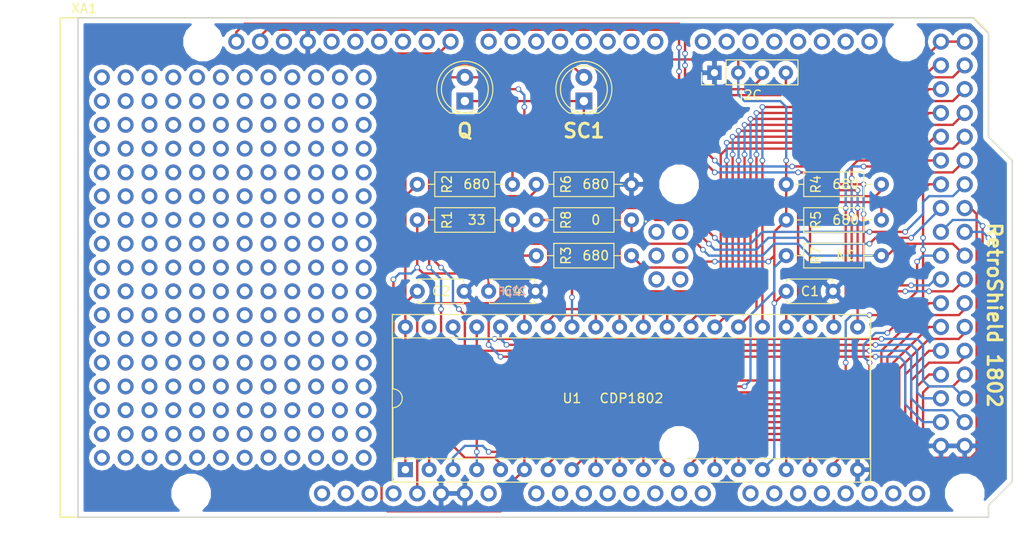
<source format=kicad_pcb>
(kicad_pcb (version 4) (host pcbnew 4.0.7)
  (layers (0 F.Cu signal) (31 B.Cu signal) (34 B.Paste user) (35 F.Paste user) (36 B.SilkS user) (37 F.SilkS user) (38 B.Mask user) (39 F.Mask user) (44 Edge.Cuts user))
  (net 0 "")
  (net 1 VCC)
  (net 2 GND)
  (net 3 CLK)
  (net 4 "Net-(D1-Pad1)")
  (net 5 Q)
  (net 6 SC1)
  (net 7 "Net-(D2-Pad2)")
  (net 8 "Net-(R1-Pad2)")
  (net 9 "Net-(R3-Pad1)")
  (net 10 "Net-(R4-Pad2)")
  (net 11 "Net-(R5-Pad2)")
  (net 12 TPB_SC0)
  (net 13 "Net-(R8-Pad1)")
  (net 14 ~EF4)
  (net 15 ~EF3)
  (net 16 ~CLEAR)
  (net 17 /MA0)
  (net 18 /MA1)
  (net 19 ~MRD)
  (net 20 /MA2)
  (net 21 /BUS7)
  (net 22 /MA3)
  (net 23 /BUS6)
  (net 24 /MA4)
  (net 25 /BUS5)
  (net 26 /MA5)
  (net 27 /BUS4)
  (net 28 /MA6)
  (net 29 /BUS3)
  (net 30 /MA7)
  (net 31 /BUS2)
  (net 32 /BUS1)
  (net 33 TPA)
  (net 34 /BUS0)
  (net 35 ~MWR)
  (net 36 ~INT)
  (net 37 N2)
  (net 38 ~DMA_OUT)
  (net 39 N1)
  (net 40 ~DMA_IN)
  (net 41 N0)
  (net 42 SC0)
  (net 43 "Net-(IC1-Pad3)")
  (net 44 "Net-(IC1-Pad4)")
  (module Capacitors_THT:C_Disc_D4.7mm_W2.5mm_P5.00mm (layer F.Cu) (at 226.06 79.375)
    (fp_text reference C1 (at 2.54 0) (layer F.SilkS))
    (fp_text value 100nF)
    (pad 1 thru_hole circle (at 0 0) (size 1.6 1.6) (drill 0.8) (layers *.Cu *.Mask) (net 1 VCC))
    (pad 2 thru_hole circle (at 5 0) (size 1.6 1.6) (drill 0.8) (layers *.Cu *.Mask) (net 2 GND))
  )
  (module Capacitors_THT:C_Disc_D4.7mm_W2.5mm_P5.00mm (layer F.Cu) (at 186.69 79.375)
    (fp_text reference C2 (at 2.54 0) (layer F.SilkS))
    (fp_text value 100nF)
    (pad 1 thru_hole circle (at 0 0) (size 1.6 1.6) (drill 0.8) (layers *.Cu *.Mask) (net 1 VCC))
    (pad 2 thru_hole circle (at 5 0) (size 1.6 1.6) (drill 0.8) (layers *.Cu *.Mask) (net 2 GND))
  )
  (module Capacitors_THT:C_Disc_D4.7mm_W2.5mm_P5.00mm (layer F.Cu) (at 194.31 79.375)
    (fp_text reference C4 (at 2.54 0) (layer F.SilkS))
    (fp_text value 22pF (at 2.54 0) (layer B.SilkS) (effects (font (size 0.8 0.8)) (justify mirror)))
    (pad 1 thru_hole circle (at 0 0) (size 1.6 1.6) (drill 0.8) (layers *.Cu *.Mask) (net 3 CLK))
    (pad 2 thru_hole circle (at 5 0) (size 1.6 1.6) (drill 0.8) (layers *.Cu *.Mask) (net 2 GND))
  )
  (module LEDs:LED_D5.0mm (layer F.Cu) (at 191.77 59.055 90)
    (fp_text reference D1)
    (fp_text value RED)
    (pad 1 thru_hole rect (at 0 0 90) (size 1.8 1.8) (drill 0.9) (layers *.Cu *.Mask) (net 4 "Net-(D1-Pad1)"))
    (pad 2 thru_hole circle (at 2.54 0 90) (size 1.8 1.8) (drill 0.9) (layers *.Cu *.Mask) (net 5 Q))
  )
  (module LEDs:LED_D5.0mm (layer F.Cu) (at 204.47 59.055 90)
    (fp_text reference D2)
    (fp_text value RED)
    (pad 1 thru_hole rect (at 0 0 90) (size 1.8 1.8) (drill 0.9) (layers *.Cu *.Mask) (net 6 SC1))
    (pad 2 thru_hole circle (at 2.54 0 90) (size 1.8 1.8) (drill 0.9) (layers *.Cu *.Mask) (net 7 "Net-(D2-Pad2)"))
  )
  (module Resistors_THT:R_Axial_DIN0207_L6.3mm_D2.5mm_P10.16mm_Horizontal (layer F.Cu) (at 186.69 71.755)
    (fp_text reference R1 (at 3.175 0 90) (layer F.SilkS))
    (fp_text value 33 (at 6.35 0) (layer F.SilkS))
    (pad 1 thru_hole circle (at 0 0) (size 1.6 1.6) (drill 0.8) (layers *.Cu *.Mask) (net 3 CLK))
    (pad 2 thru_hole oval (at 10.16 0) (size 1.6 1.6) (drill 0.8) (layers *.Cu *.Mask) (net 8 "Net-(R1-Pad2)"))
  )
  (module Resistors_THT:R_Axial_DIN0207_L6.3mm_D2.5mm_P10.16mm_Horizontal (layer F.Cu) (at 196.85 67.945 180)
    (fp_text reference R2 (at 6.985 0 450) (layer F.SilkS))
    (fp_text value 680 (at 3.81 0 180) (layer F.SilkS))
    (pad 1 thru_hole circle (at 0 0 180) (size 1.6 1.6) (drill 0.8) (layers *.Cu *.Mask) (net 6 SC1))
    (pad 2 thru_hole oval (at 10.16 0 180) (size 1.6 1.6) (drill 0.8) (layers *.Cu *.Mask) (net 1 VCC))
  )
  (module Resistors_THT:R_Axial_DIN0207_L6.3mm_D2.5mm_P10.16mm_Horizontal (layer F.Cu) (at 199.39 75.565)
    (fp_text reference R3 (at 3.175 0 90) (layer F.SilkS))
    (fp_text value 680 (at 6.35 0) (layer F.SilkS))
    (pad 1 thru_hole circle (at 0 0) (size 1.6 1.6) (drill 0.8) (layers *.Cu *.Mask) (net 9 "Net-(R3-Pad1)"))
    (pad 2 thru_hole oval (at 10.16 0) (size 1.6 1.6) (drill 0.8) (layers *.Cu *.Mask) (net 1 VCC))
  )
  (module Resistors_THT:R_Axial_DIN0207_L6.3mm_D2.5mm_P10.16mm_Horizontal (layer F.Cu) (at 226.06 67.945)
    (fp_text reference R4 (at 3.175 0 90) (layer F.SilkS))
    (fp_text value 680 (at 6.35 0) (layer F.SilkS))
    (pad 1 thru_hole circle (at 0 0) (size 1.6 1.6) (drill 0.8) (layers *.Cu *.Mask) (net 1 VCC))
    (pad 2 thru_hole oval (at 10.16 0) (size 1.6 1.6) (drill 0.8) (layers *.Cu *.Mask) (net 10 "Net-(R4-Pad2)"))
  )
  (module Resistors_THT:R_Axial_DIN0207_L6.3mm_D2.5mm_P10.16mm_Horizontal (layer F.Cu) (at 226.06 71.755)
    (fp_text reference R5 (at 3.175 0 90) (layer F.SilkS))
    (fp_text value 680 (at 6.35 0) (layer F.SilkS))
    (pad 1 thru_hole circle (at 0 0) (size 1.6 1.6) (drill 0.8) (layers *.Cu *.Mask) (net 1 VCC))
    (pad 2 thru_hole oval (at 10.16 0) (size 1.6 1.6) (drill 0.8) (layers *.Cu *.Mask) (net 11 "Net-(R5-Pad2)"))
  )
  (module Resistors_THT:R_Axial_DIN0207_L6.3mm_D2.5mm_P10.16mm_Horizontal (layer F.Cu) (at 199.39 67.945)
    (fp_text reference R6 (at 3.175 0 90) (layer F.SilkS))
    (fp_text value 680 (at 6.35 0) (layer F.SilkS))
    (pad 1 thru_hole circle (at 0 0) (size 1.6 1.6) (drill 0.8) (layers *.Cu *.Mask) (net 4 "Net-(D1-Pad1)"))
    (pad 2 thru_hole oval (at 10.16 0) (size 1.6 1.6) (drill 0.8) (layers *.Cu *.Mask) (net 2 GND))
  )
  (module Resistors_THT:R_Axial_DIN0207_L6.3mm_D2.5mm_P10.16mm_Horizontal (layer F.Cu) (at 226.06 75.565)
    (fp_text reference R7 (at 3.175 0 90) (layer F.SilkS))
    (fp_text value NC (at 6.35 0) (layer F.SilkS))
    (pad 1 thru_hole circle (at 0 0) (size 1.6 1.6) (drill 0.8) (layers *.Cu *.Mask) (net 42 SC0))
    (pad 2 thru_hole oval (at 10.16 0) (size 1.6 1.6) (drill 0.8) (layers *.Cu *.Mask) (net 12 TPB_SC0))
  )
  (module Resistors_THT:R_Axial_DIN0207_L6.3mm_D2.5mm_P10.16mm_Horizontal (layer F.Cu) (at 199.39 71.755)
    (fp_text reference R8 (at 3.175 0 90) (layer F.SilkS))
    (fp_text value 0 (at 6.35 0) (layer F.SilkS))
    (pad 1 thru_hole circle (at 0 0) (size 1.6 1.6) (drill 0.8) (layers *.Cu *.Mask) (net 13 "Net-(R8-Pad1)"))
    (pad 2 thru_hole oval (at 10.16 0) (size 1.6 1.6) (drill 0.8) (layers *.Cu *.Mask) (net 12 TPB_SC0))
  )
  (module Housings_DIP:DIP-40_W15.24mm_Socket (layer F.Cu) (at 185.42 98.425 90)
    (fp_text reference U1 (at 7.62 17.78 180) (layer F.SilkS))
    (fp_text value CDP1802 (at 7.62 24.13 180) (layer F.SilkS))
    (pad 1 thru_hole rect (at 0 0 90) (size 1.6 1.6) (drill 0.8) (layers *.Cu *.Mask) (net 3 CLK))
    (pad 21 thru_hole oval (at 15.24 48.26 90) (size 1.6 1.6) (drill 0.8) (layers *.Cu *.Mask) (net 14 ~EF4))
    (pad 2 thru_hole oval (at 0 2.54 90) (size 1.6 1.6) (drill 0.8) (layers *.Cu *.Mask) (net 9 "Net-(R3-Pad1)"))
    (pad 22 thru_hole oval (at 15.24 45.72 90) (size 1.6 1.6) (drill 0.8) (layers *.Cu *.Mask) (net 15 ~EF3))
    (pad 3 thru_hole oval (at 0 5.08 90) (size 1.6 1.6) (drill 0.8) (layers *.Cu *.Mask) (net 16 ~CLEAR))
    (pad 23 thru_hole oval (at 15.24 43.18 90) (size 1.6 1.6) (drill 0.8) (layers *.Cu *.Mask) (net 11 "Net-(R5-Pad2)"))
    (pad 4 thru_hole oval (at 0 7.62 90) (size 1.6 1.6) (drill 0.8) (layers *.Cu *.Mask) (net 5 Q))
    (pad 24 thru_hole oval (at 15.24 40.64 90) (size 1.6 1.6) (drill 0.8) (layers *.Cu *.Mask) (net 10 "Net-(R4-Pad2)"))
    (pad 5 thru_hole oval (at 0 10.16 90) (size 1.6 1.6) (drill 0.8) (layers *.Cu *.Mask) (net 7 "Net-(D2-Pad2)"))
    (pad 25 thru_hole oval (at 15.24 38.1 90) (size 1.6 1.6) (drill 0.8) (layers *.Cu *.Mask) (net 17 /MA0))
    (pad 6 thru_hole oval (at 0 12.7 90) (size 1.6 1.6) (drill 0.8) (layers *.Cu *.Mask) (net 42 SC0))
    (pad 26 thru_hole oval (at 15.24 35.56 90) (size 1.6 1.6) (drill 0.8) (layers *.Cu *.Mask) (net 18 /MA1))
    (pad 7 thru_hole oval (at 0 15.24 90) (size 1.6 1.6) (drill 0.8) (layers *.Cu *.Mask) (net 19 ~MRD))
    (pad 27 thru_hole oval (at 15.24 33.02 90) (size 1.6 1.6) (drill 0.8) (layers *.Cu *.Mask) (net 20 /MA2))
    (pad 8 thru_hole oval (at 0 17.78 90) (size 1.6 1.6) (drill 0.8) (layers *.Cu *.Mask) (net 21 /BUS7))
    (pad 28 thru_hole oval (at 15.24 30.48 90) (size 1.6 1.6) (drill 0.8) (layers *.Cu *.Mask) (net 22 /MA3))
    (pad 9 thru_hole oval (at 0 20.32 90) (size 1.6 1.6) (drill 0.8) (layers *.Cu *.Mask) (net 23 /BUS6))
    (pad 29 thru_hole oval (at 15.24 27.94 90) (size 1.6 1.6) (drill 0.8) (layers *.Cu *.Mask) (net 24 /MA4))
    (pad 10 thru_hole oval (at 0 22.86 90) (size 1.6 1.6) (drill 0.8) (layers *.Cu *.Mask) (net 25 /BUS5))
    (pad 30 thru_hole oval (at 15.24 25.4 90) (size 1.6 1.6) (drill 0.8) (layers *.Cu *.Mask) (net 26 /MA5))
    (pad 11 thru_hole oval (at 0 25.4 90) (size 1.6 1.6) (drill 0.8) (layers *.Cu *.Mask) (net 27 /BUS4))
    (pad 31 thru_hole oval (at 15.24 22.86 90) (size 1.6 1.6) (drill 0.8) (layers *.Cu *.Mask) (net 28 /MA6))
    (pad 12 thru_hole oval (at 0 27.94 90) (size 1.6 1.6) (drill 0.8) (layers *.Cu *.Mask) (net 29 /BUS3))
    (pad 32 thru_hole oval (at 15.24 20.32 90) (size 1.6 1.6) (drill 0.8) (layers *.Cu *.Mask) (net 30 /MA7))
    (pad 13 thru_hole oval (at 0 30.48 90) (size 1.6 1.6) (drill 0.8) (layers *.Cu *.Mask) (net 31 /BUS2))
    (pad 33 thru_hole oval (at 15.24 17.78 90) (size 1.6 1.6) (drill 0.8) (layers *.Cu *.Mask) (net 13 "Net-(R8-Pad1)"))
    (pad 14 thru_hole oval (at 0 33.02 90) (size 1.6 1.6) (drill 0.8) (layers *.Cu *.Mask) (net 32 /BUS1))
    (pad 34 thru_hole oval (at 15.24 15.24 90) (size 1.6 1.6) (drill 0.8) (layers *.Cu *.Mask) (net 33 TPA))
    (pad 15 thru_hole oval (at 0 35.56 90) (size 1.6 1.6) (drill 0.8) (layers *.Cu *.Mask) (net 34 /BUS0))
    (pad 35 thru_hole oval (at 15.24 12.7 90) (size 1.6 1.6) (drill 0.8) (layers *.Cu *.Mask) (net 35 ~MWR))
    (pad 16 thru_hole oval (at 0 38.1 90) (size 1.6 1.6) (drill 0.8) (layers *.Cu *.Mask) (net 1 VCC))
    (pad 36 thru_hole oval (at 15.24 10.16 90) (size 1.6 1.6) (drill 0.8) (layers *.Cu *.Mask) (net 36 ~INT))
    (pad 17 thru_hole oval (at 0 40.64 90) (size 1.6 1.6) (drill 0.8) (layers *.Cu *.Mask) (net 37 N2))
    (pad 37 thru_hole oval (at 15.24 7.62 90) (size 1.6 1.6) (drill 0.8) (layers *.Cu *.Mask) (net 38 ~DMA_OUT))
    (pad 18 thru_hole oval (at 0 43.18 90) (size 1.6 1.6) (drill 0.8) (layers *.Cu *.Mask) (net 39 N1))
    (pad 38 thru_hole oval (at 15.24 5.08 90) (size 1.6 1.6) (drill 0.8) (layers *.Cu *.Mask) (net 40 ~DMA_IN))
    (pad 19 thru_hole oval (at 0 45.72 90) (size 1.6 1.6) (drill 0.8) (layers *.Cu *.Mask) (net 41 N0))
    (pad 39 thru_hole oval (at 15.24 2.54 90) (size 1.6 1.6) (drill 0.8) (layers *.Cu *.Mask))
    (pad 20 thru_hole oval (at 0 48.26 90) (size 1.6 1.6) (drill 0.8) (layers *.Cu *.Mask) (net 2 GND))
    (pad 40 thru_hole oval (at 15.24 0 90) (size 1.6 1.6) (drill 0.8) (layers *.Cu *.Mask) (net 1 VCC))
  )
  (module Arduino:Arduino_Mega2560_Shield (layer F.Cu) (at 148.59 103.505)
    (fp_text reference XA1 (at 2.54 -54.356) (layer F.SilkS))
    (fp_text value Arduino_Mega2560_Shield)
    (fp_text user . (at 62.484 -32.004) (layer F.SilkS))
    (pad RST2 thru_hole oval (at 63.627 -25.4) (size 1.7272 1.7272) (drill 1.016) (layers *.Cu *.Mask))
    (pad GND4 thru_hole oval (at 66.167 -25.4) (size 1.7272 1.7272) (drill 1.016) (layers *.Cu *.Mask))
    (pad MOSI thru_hole oval (at 66.167 -27.94) (size 1.7272 1.7272) (drill 1.016) (layers *.Cu *.Mask))
    (pad SCK thru_hole oval (at 63.627 -27.94) (size 1.7272 1.7272) (drill 1.016) (layers *.Cu *.Mask))
    (pad 5V2 thru_hole oval (at 66.167 -30.48) (size 1.7272 1.7272) (drill 1.016) (layers *.Cu *.Mask))
    (pad A0 thru_hole oval (at 50.8 -2.54) (size 1.7272 1.7272) (drill 1.016) (layers *.Cu *.Mask))
    (pad VIN thru_hole oval (at 45.72 -2.54) (size 1.7272 1.7272) (drill 1.016) (layers *.Cu *.Mask))
    (pad GND3 thru_hole oval (at 43.18 -2.54) (size 1.7272 1.7272) (drill 1.016) (layers *.Cu *.Mask) (net 2 GND))
    (pad GND2 thru_hole oval (at 40.64 -2.54) (size 1.7272 1.7272) (drill 1.016) (layers *.Cu *.Mask) (net 2 GND))
    (pad 5V1 thru_hole oval (at 38.1 -2.54) (size 1.7272 1.7272) (drill 1.016) (layers *.Cu *.Mask) (net 1 VCC))
    (pad 3V3 thru_hole oval (at 35.56 -2.54) (size 1.7272 1.7272) (drill 1.016) (layers *.Cu *.Mask))
    (pad RST1 thru_hole oval (at 33.02 -2.54) (size 1.7272 1.7272) (drill 1.016) (layers *.Cu *.Mask))
    (pad IORF thru_hole oval (at 30.48 -2.54) (size 1.7272 1.7272) (drill 1.016) (layers *.Cu *.Mask))
    (pad D21 thru_hole oval (at 86.36 -50.8) (size 1.7272 1.7272) (drill 1.016) (layers *.Cu *.Mask))
    (pad D20 thru_hole oval (at 83.82 -50.8) (size 1.7272 1.7272) (drill 1.016) (layers *.Cu *.Mask))
    (pad D19 thru_hole oval (at 81.28 -50.8) (size 1.7272 1.7272) (drill 1.016) (layers *.Cu *.Mask))
    (pad D18 thru_hole oval (at 78.74 -50.8) (size 1.7272 1.7272) (drill 1.016) (layers *.Cu *.Mask))
    (pad D17 thru_hole oval (at 76.2 -50.8) (size 1.7272 1.7272) (drill 1.016) (layers *.Cu *.Mask))
    (pad D16 thru_hole oval (at 73.66 -50.8) (size 1.7272 1.7272) (drill 1.016) (layers *.Cu *.Mask))
    (pad D15 thru_hole oval (at 71.12 -50.8) (size 1.7272 1.7272) (drill 1.016) (layers *.Cu *.Mask))
    (pad D14 thru_hole oval (at 68.58 -50.8) (size 1.7272 1.7272) (drill 1.016) (layers *.Cu *.Mask))
    (pad D0 thru_hole oval (at 63.5 -50.8) (size 1.7272 1.7272) (drill 1.016) (layers *.Cu *.Mask))
    (pad D1 thru_hole oval (at 60.96 -50.8) (size 1.7272 1.7272) (drill 1.016) (layers *.Cu *.Mask))
    (pad D2 thru_hole oval (at 58.42 -50.8) (size 1.7272 1.7272) (drill 1.016) (layers *.Cu *.Mask))
    (pad D3 thru_hole oval (at 55.88 -50.8) (size 1.7272 1.7272) (drill 1.016) (layers *.Cu *.Mask))
    (pad D4 thru_hole oval (at 53.34 -50.8) (size 1.7272 1.7272) (drill 1.016) (layers *.Cu *.Mask))
    (pad D5 thru_hole oval (at 50.8 -50.8) (size 1.7272 1.7272) (drill 1.016) (layers *.Cu *.Mask))
    (pad D6 thru_hole oval (at 48.26 -50.8) (size 1.7272 1.7272) (drill 1.016) (layers *.Cu *.Mask))
    (pad D7 thru_hole oval (at 45.72 -50.8) (size 1.7272 1.7272) (drill 1.016) (layers *.Cu *.Mask))
    (pad GND1 thru_hole oval (at 26.416 -50.8) (size 1.7272 1.7272) (drill 1.016) (layers *.Cu *.Mask) (net 2 GND))
    (pad D8 thru_hole oval (at 41.656 -50.8) (size 1.7272 1.7272) (drill 1.016) (layers *.Cu *.Mask) (net 42 SC0))
    (pad D9 thru_hole oval (at 39.116 -50.8) (size 1.7272 1.7272) (drill 1.016) (layers *.Cu *.Mask))
    (pad D10 thru_hole oval (at 36.576 -50.8) (size 1.7272 1.7272) (drill 1.016) (layers *.Cu *.Mask))
    (pad "" np_thru_hole circle (at 66.04 -7.62) (size 3.2 3.2) (drill 3.2) (layers *.Cu *.Mask))
    (pad "" np_thru_hole circle (at 66.04 -35.56) (size 3.2 3.2) (drill 3.2) (layers *.Cu *.Mask))
    (pad "" np_thru_hole circle (at 90.17 -50.8) (size 3.2 3.2) (drill 3.2) (layers *.Cu *.Mask))
    (pad "" np_thru_hole circle (at 15.24 -50.8) (size 3.2 3.2) (drill 3.2) (layers *.Cu *.Mask))
    (pad "" np_thru_hole circle (at 96.52 -2.54) (size 3.2 3.2) (drill 3.2) (layers *.Cu *.Mask))
    (pad "" np_thru_hole circle (at 13.97 -2.54) (size 3.2 3.2) (drill 3.2) (layers *.Cu *.Mask))
    (pad SCL thru_hole oval (at 18.796 -50.8) (size 1.7272 1.7272) (drill 1.016) (layers *.Cu *.Mask) (net 43 "Net-(IC1-Pad3)"))
    (pad SDA thru_hole oval (at 21.336 -50.8) (size 1.7272 1.7272) (drill 1.016) (layers *.Cu *.Mask) (net 44 "Net-(IC1-Pad4)"))
    (pad AREF thru_hole oval (at 23.876 -50.8) (size 1.7272 1.7272) (drill 1.016) (layers *.Cu *.Mask))
    (pad D13 thru_hole oval (at 28.956 -50.8) (size 1.7272 1.7272) (drill 1.016) (layers *.Cu *.Mask))
    (pad D12 thru_hole oval (at 31.496 -50.8) (size 1.7272 1.7272) (drill 1.016) (layers *.Cu *.Mask))
    (pad D11 thru_hole oval (at 34.036 -50.8) (size 1.7272 1.7272) (drill 1.016) (layers *.Cu *.Mask))
    (pad "" thru_hole oval (at 27.94 -2.54) (size 1.7272 1.7272) (drill 1.016) (layers *.Cu *.Mask))
    (pad A1 thru_hole oval (at 53.34 -2.54) (size 1.7272 1.7272) (drill 1.016) (layers *.Cu *.Mask))
    (pad A2 thru_hole oval (at 55.88 -2.54) (size 1.7272 1.7272) (drill 1.016) (layers *.Cu *.Mask))
    (pad A3 thru_hole oval (at 58.42 -2.54) (size 1.7272 1.7272) (drill 1.016) (layers *.Cu *.Mask))
    (pad A4 thru_hole oval (at 60.96 -2.54) (size 1.7272 1.7272) (drill 1.016) (layers *.Cu *.Mask))
    (pad A5 thru_hole oval (at 63.5 -2.54) (size 1.7272 1.7272) (drill 1.016) (layers *.Cu *.Mask))
    (pad A6 thru_hole oval (at 66.04 -2.54) (size 1.7272 1.7272) (drill 1.016) (layers *.Cu *.Mask))
    (pad A7 thru_hole oval (at 68.58 -2.54) (size 1.7272 1.7272) (drill 1.016) (layers *.Cu *.Mask))
    (pad A8 thru_hole oval (at 73.66 -2.54) (size 1.7272 1.7272) (drill 1.016) (layers *.Cu *.Mask))
    (pad A9 thru_hole oval (at 76.2 -2.54) (size 1.7272 1.7272) (drill 1.016) (layers *.Cu *.Mask))
    (pad A10 thru_hole oval (at 78.74 -2.54) (size 1.7272 1.7272) (drill 1.016) (layers *.Cu *.Mask))
    (pad A11 thru_hole oval (at 81.28 -2.54) (size 1.7272 1.7272) (drill 1.016) (layers *.Cu *.Mask))
    (pad A12 thru_hole oval (at 83.82 -2.54) (size 1.7272 1.7272) (drill 1.016) (layers *.Cu *.Mask))
    (pad A13 thru_hole oval (at 86.36 -2.54) (size 1.7272 1.7272) (drill 1.016) (layers *.Cu *.Mask))
    (pad A14 thru_hole oval (at 88.9 -2.54) (size 1.7272 1.7272) (drill 1.016) (layers *.Cu *.Mask))
    (pad A15 thru_hole oval (at 91.44 -2.54) (size 1.7272 1.7272) (drill 1.016) (layers *.Cu *.Mask))
    (pad 5V3 thru_hole oval (at 93.98 -50.8) (size 1.7272 1.7272) (drill 1.016) (layers *.Cu *.Mask) (net 1 VCC))
    (pad 5V4 thru_hole oval (at 96.52 -50.8) (size 1.7272 1.7272) (drill 1.016) (layers *.Cu *.Mask) (net 1 VCC))
    (pad D22 thru_hole oval (at 93.98 -48.26) (size 1.7272 1.7272) (drill 1.016) (layers *.Cu *.Mask) (net 17 /MA0))
    (pad D23 thru_hole oval (at 96.52 -48.26) (size 1.7272 1.7272) (drill 1.016) (layers *.Cu *.Mask) (net 18 /MA1))
    (pad D24 thru_hole oval (at 93.98 -45.72) (size 1.7272 1.7272) (drill 1.016) (layers *.Cu *.Mask) (net 20 /MA2))
    (pad D25 thru_hole oval (at 96.52 -45.72) (size 1.7272 1.7272) (drill 1.016) (layers *.Cu *.Mask) (net 22 /MA3))
    (pad D26 thru_hole oval (at 93.98 -43.18) (size 1.7272 1.7272) (drill 1.016) (layers *.Cu *.Mask) (net 24 /MA4))
    (pad D27 thru_hole oval (at 96.52 -43.18) (size 1.7272 1.7272) (drill 1.016) (layers *.Cu *.Mask) (net 26 /MA5))
    (pad D28 thru_hole oval (at 93.98 -40.64) (size 1.7272 1.7272) (drill 1.016) (layers *.Cu *.Mask) (net 28 /MA6))
    (pad D29 thru_hole oval (at 96.52 -40.64) (size 1.7272 1.7272) (drill 1.016) (layers *.Cu *.Mask) (net 30 /MA7))
    (pad D30 thru_hole oval (at 93.98 -38.1) (size 1.7272 1.7272) (drill 1.016) (layers *.Cu *.Mask) (net 14 ~EF4))
    (pad D31 thru_hole oval (at 96.52 -38.1) (size 1.7272 1.7272) (drill 1.016) (layers *.Cu *.Mask) (net 15 ~EF3))
    (pad D32 thru_hole oval (at 93.98 -35.56) (size 1.7272 1.7272) (drill 1.016) (layers *.Cu *.Mask) (net 19 ~MRD))
    (pad D33 thru_hole oval (at 96.52 -35.56) (size 1.7272 1.7272) (drill 1.016) (layers *.Cu *.Mask) (net 35 ~MWR))
    (pad D34 thru_hole oval (at 93.98 -33.02) (size 1.7272 1.7272) (drill 1.016) (layers *.Cu *.Mask) (net 33 TPA))
    (pad D35 thru_hole oval (at 96.52 -33.02) (size 1.7272 1.7272) (drill 1.016) (layers *.Cu *.Mask) (net 37 N2))
    (pad D36 thru_hole oval (at 93.98 -30.48) (size 1.7272 1.7272) (drill 1.016) (layers *.Cu *.Mask) (net 39 N1))
    (pad D37 thru_hole oval (at 96.52 -30.48) (size 1.7272 1.7272) (drill 1.016) (layers *.Cu *.Mask) (net 41 N0))
    (pad D38 thru_hole oval (at 93.98 -27.94) (size 1.7272 1.7272) (drill 1.016) (layers *.Cu *.Mask) (net 16 ~CLEAR))
    (pad D39 thru_hole oval (at 96.52 -27.94) (size 1.7272 1.7272) (drill 1.016) (layers *.Cu *.Mask) (net 12 TPB_SC0))
    (pad D40 thru_hole oval (at 93.98 -25.4) (size 1.7272 1.7272) (drill 1.016) (layers *.Cu *.Mask) (net 6 SC1))
    (pad D41 thru_hole oval (at 96.52 -25.4) (size 1.7272 1.7272) (drill 1.016) (layers *.Cu *.Mask) (net 5 Q))
    (pad D42 thru_hole oval (at 93.98 -22.86) (size 1.7272 1.7272) (drill 1.016) (layers *.Cu *.Mask) (net 21 /BUS7))
    (pad D43 thru_hole oval (at 96.52 -22.86) (size 1.7272 1.7272) (drill 1.016) (layers *.Cu *.Mask) (net 23 /BUS6))
    (pad D44 thru_hole oval (at 93.98 -20.32) (size 1.7272 1.7272) (drill 1.016) (layers *.Cu *.Mask) (net 25 /BUS5))
    (pad D45 thru_hole oval (at 96.52 -20.32) (size 1.7272 1.7272) (drill 1.016) (layers *.Cu *.Mask) (net 27 /BUS4))
    (pad D46 thru_hole oval (at 93.98 -17.78) (size 1.7272 1.7272) (drill 1.016) (layers *.Cu *.Mask) (net 29 /BUS3))
    (pad D47 thru_hole oval (at 96.52 -17.78) (size 1.7272 1.7272) (drill 1.016) (layers *.Cu *.Mask) (net 31 /BUS2))
    (pad D48 thru_hole oval (at 93.98 -15.24) (size 1.7272 1.7272) (drill 1.016) (layers *.Cu *.Mask) (net 32 /BUS1))
    (pad D49 thru_hole oval (at 96.52 -15.24) (size 1.7272 1.7272) (drill 1.016) (layers *.Cu *.Mask) (net 34 /BUS0))
    (pad D50 thru_hole oval (at 93.98 -12.7) (size 1.7272 1.7272) (drill 1.016) (layers *.Cu *.Mask) (net 36 ~INT))
    (pad D51 thru_hole oval (at 96.52 -12.7) (size 1.7272 1.7272) (drill 1.016) (layers *.Cu *.Mask) (net 40 ~DMA_IN))
    (pad D52 thru_hole oval (at 93.98 -10.16) (size 1.7272 1.7272) (drill 1.016) (layers *.Cu *.Mask) (net 8 "Net-(R1-Pad2)"))
    (pad D53 thru_hole oval (at 96.52 -10.16) (size 1.7272 1.7272) (drill 1.016) (layers *.Cu *.Mask) (net 38 ~DMA_OUT))
    (pad GND5 thru_hole oval (at 93.98 -7.62) (size 1.7272 1.7272) (drill 1.016) (layers *.Cu *.Mask) (net 2 GND))
    (pad GND6 thru_hole oval (at 96.52 -7.62) (size 1.7272 1.7272) (drill 1.016) (layers *.Cu *.Mask) (net 2 GND))
    (pad MISO thru_hole oval (at 63.627 -30.48) (size 1.7272 1.7272) (drill 1.016) (layers *.Cu *.Mask))
  )
  (module Breadboard:17 (layer F.Cu) (at 180.975 56.515)
    (fp_text reference J1 hide)
    (fp_text value Conn_01x17 hide)
    (pad 1 thru_hole oval (at 0 0) (size 1.7 1.7) (drill 1) (layers *.Cu *.Mask))
    (pad 2 thru_hole oval (at 0 2.54) (size 1.7 1.7) (drill 1) (layers *.Cu *.Mask))
    (pad 3 thru_hole oval (at 0 5.08) (size 1.7 1.7) (drill 1) (layers *.Cu *.Mask))
    (pad 4 thru_hole oval (at 0 7.62) (size 1.7 1.7) (drill 1) (layers *.Cu *.Mask))
    (pad 5 thru_hole oval (at 0 10.16) (size 1.7 1.7) (drill 1) (layers *.Cu *.Mask))
    (pad 6 thru_hole oval (at 0 12.7) (size 1.7 1.7) (drill 1) (layers *.Cu *.Mask))
    (pad 7 thru_hole oval (at 0 15.24) (size 1.7 1.7) (drill 1) (layers *.Cu *.Mask))
    (pad 8 thru_hole oval (at 0 17.78) (size 1.7 1.7) (drill 1) (layers *.Cu *.Mask))
    (pad 9 thru_hole oval (at 0 20.32) (size 1.7 1.7) (drill 1) (layers *.Cu *.Mask))
    (pad 10 thru_hole oval (at 0 22.86) (size 1.7 1.7) (drill 1) (layers *.Cu *.Mask))
    (pad 11 thru_hole oval (at 0 25.4) (size 1.7 1.7) (drill 1) (layers *.Cu *.Mask))
    (pad 12 thru_hole oval (at 0 27.94) (size 1.7 1.7) (drill 1) (layers *.Cu *.Mask))
    (pad 13 thru_hole oval (at 0 30.48) (size 1.7 1.7) (drill 1) (layers *.Cu *.Mask))
    (pad 14 thru_hole oval (at 0 33.02) (size 1.7 1.7) (drill 1) (layers *.Cu *.Mask))
    (pad 15 thru_hole oval (at 0 35.56) (size 1.7 1.7) (drill 1) (layers *.Cu *.Mask))
    (pad 16 thru_hole oval (at 0 38.1) (size 1.7 1.7) (drill 1) (layers *.Cu *.Mask))
    (pad 17 thru_hole oval (at 0 40.64) (size 1.7 1.7) (drill 1) (layers *.Cu *.Mask))
  )
  (module Breadboard:17 (layer F.Cu) (at 175.895 56.515)
    (fp_text reference J3 hide)
    (fp_text value Conn_01x17 hide)
    (pad 1 thru_hole oval (at 0 0) (size 1.7 1.7) (drill 1) (layers *.Cu *.Mask))
    (pad 2 thru_hole oval (at 0 2.54) (size 1.7 1.7) (drill 1) (layers *.Cu *.Mask))
    (pad 3 thru_hole oval (at 0 5.08) (size 1.7 1.7) (drill 1) (layers *.Cu *.Mask))
    (pad 4 thru_hole oval (at 0 7.62) (size 1.7 1.7) (drill 1) (layers *.Cu *.Mask))
    (pad 5 thru_hole oval (at 0 10.16) (size 1.7 1.7) (drill 1) (layers *.Cu *.Mask))
    (pad 6 thru_hole oval (at 0 12.7) (size 1.7 1.7) (drill 1) (layers *.Cu *.Mask))
    (pad 7 thru_hole oval (at 0 15.24) (size 1.7 1.7) (drill 1) (layers *.Cu *.Mask))
    (pad 8 thru_hole oval (at 0 17.78) (size 1.7 1.7) (drill 1) (layers *.Cu *.Mask))
    (pad 9 thru_hole oval (at 0 20.32) (size 1.7 1.7) (drill 1) (layers *.Cu *.Mask))
    (pad 10 thru_hole oval (at 0 22.86) (size 1.7 1.7) (drill 1) (layers *.Cu *.Mask))
    (pad 11 thru_hole oval (at 0 25.4) (size 1.7 1.7) (drill 1) (layers *.Cu *.Mask))
    (pad 12 thru_hole oval (at 0 27.94) (size 1.7 1.7) (drill 1) (layers *.Cu *.Mask))
    (pad 13 thru_hole oval (at 0 30.48) (size 1.7 1.7) (drill 1) (layers *.Cu *.Mask))
    (pad 14 thru_hole oval (at 0 33.02) (size 1.7 1.7) (drill 1) (layers *.Cu *.Mask))
    (pad 15 thru_hole oval (at 0 35.56) (size 1.7 1.7) (drill 1) (layers *.Cu *.Mask))
    (pad 16 thru_hole oval (at 0 38.1) (size 1.7 1.7) (drill 1) (layers *.Cu *.Mask))
    (pad 17 thru_hole oval (at 0 40.64) (size 1.7 1.7) (drill 1) (layers *.Cu *.Mask))
  )
  (module Breadboard:17 (layer F.Cu) (at 173.355 56.515)
    (fp_text reference J4 hide)
    (fp_text value Conn_01x17 hide)
    (pad 1 thru_hole oval (at 0 0) (size 1.7 1.7) (drill 1) (layers *.Cu *.Mask))
    (pad 2 thru_hole oval (at 0 2.54) (size 1.7 1.7) (drill 1) (layers *.Cu *.Mask))
    (pad 3 thru_hole oval (at 0 5.08) (size 1.7 1.7) (drill 1) (layers *.Cu *.Mask))
    (pad 4 thru_hole oval (at 0 7.62) (size 1.7 1.7) (drill 1) (layers *.Cu *.Mask))
    (pad 5 thru_hole oval (at 0 10.16) (size 1.7 1.7) (drill 1) (layers *.Cu *.Mask))
    (pad 6 thru_hole oval (at 0 12.7) (size 1.7 1.7) (drill 1) (layers *.Cu *.Mask))
    (pad 7 thru_hole oval (at 0 15.24) (size 1.7 1.7) (drill 1) (layers *.Cu *.Mask))
    (pad 8 thru_hole oval (at 0 17.78) (size 1.7 1.7) (drill 1) (layers *.Cu *.Mask))
    (pad 9 thru_hole oval (at 0 20.32) (size 1.7 1.7) (drill 1) (layers *.Cu *.Mask))
    (pad 10 thru_hole oval (at 0 22.86) (size 1.7 1.7) (drill 1) (layers *.Cu *.Mask))
    (pad 11 thru_hole oval (at 0 25.4) (size 1.7 1.7) (drill 1) (layers *.Cu *.Mask))
    (pad 12 thru_hole oval (at 0 27.94) (size 1.7 1.7) (drill 1) (layers *.Cu *.Mask))
    (pad 13 thru_hole oval (at 0 30.48) (size 1.7 1.7) (drill 1) (layers *.Cu *.Mask))
    (pad 14 thru_hole oval (at 0 33.02) (size 1.7 1.7) (drill 1) (layers *.Cu *.Mask))
    (pad 15 thru_hole oval (at 0 35.56) (size 1.7 1.7) (drill 1) (layers *.Cu *.Mask))
    (pad 16 thru_hole oval (at 0 38.1) (size 1.7 1.7) (drill 1) (layers *.Cu *.Mask))
    (pad 17 thru_hole oval (at 0 40.64) (size 1.7 1.7) (drill 1) (layers *.Cu *.Mask))
  )
  (module Breadboard:17 (layer F.Cu) (at 170.815 56.515)
    (fp_text reference J5 hide)
    (fp_text value Conn_01x17 hide)
    (pad 1 thru_hole oval (at 0 0) (size 1.7 1.7) (drill 1) (layers *.Cu *.Mask))
    (pad 2 thru_hole oval (at 0 2.54) (size 1.7 1.7) (drill 1) (layers *.Cu *.Mask))
    (pad 3 thru_hole oval (at 0 5.08) (size 1.7 1.7) (drill 1) (layers *.Cu *.Mask))
    (pad 4 thru_hole oval (at 0 7.62) (size 1.7 1.7) (drill 1) (layers *.Cu *.Mask))
    (pad 5 thru_hole oval (at 0 10.16) (size 1.7 1.7) (drill 1) (layers *.Cu *.Mask))
    (pad 6 thru_hole oval (at 0 12.7) (size 1.7 1.7) (drill 1) (layers *.Cu *.Mask))
    (pad 7 thru_hole oval (at 0 15.24) (size 1.7 1.7) (drill 1) (layers *.Cu *.Mask))
    (pad 8 thru_hole oval (at 0 17.78) (size 1.7 1.7) (drill 1) (layers *.Cu *.Mask))
    (pad 9 thru_hole oval (at 0 20.32) (size 1.7 1.7) (drill 1) (layers *.Cu *.Mask))
    (pad 10 thru_hole oval (at 0 22.86) (size 1.7 1.7) (drill 1) (layers *.Cu *.Mask))
    (pad 11 thru_hole oval (at 0 25.4) (size 1.7 1.7) (drill 1) (layers *.Cu *.Mask))
    (pad 12 thru_hole oval (at 0 27.94) (size 1.7 1.7) (drill 1) (layers *.Cu *.Mask))
    (pad 13 thru_hole oval (at 0 30.48) (size 1.7 1.7) (drill 1) (layers *.Cu *.Mask))
    (pad 14 thru_hole oval (at 0 33.02) (size 1.7 1.7) (drill 1) (layers *.Cu *.Mask))
    (pad 15 thru_hole oval (at 0 35.56) (size 1.7 1.7) (drill 1) (layers *.Cu *.Mask))
    (pad 16 thru_hole oval (at 0 38.1) (size 1.7 1.7) (drill 1) (layers *.Cu *.Mask))
    (pad 17 thru_hole oval (at 0 40.64) (size 1.7 1.7) (drill 1) (layers *.Cu *.Mask))
  )
  (module Breadboard:17 (layer F.Cu) (at 168.275 56.515)
    (fp_text reference J6 hide)
    (fp_text value Conn_01x17 hide)
    (pad 1 thru_hole oval (at 0 0) (size 1.7 1.7) (drill 1) (layers *.Cu *.Mask))
    (pad 2 thru_hole oval (at 0 2.54) (size 1.7 1.7) (drill 1) (layers *.Cu *.Mask))
    (pad 3 thru_hole oval (at 0 5.08) (size 1.7 1.7) (drill 1) (layers *.Cu *.Mask))
    (pad 4 thru_hole oval (at 0 7.62) (size 1.7 1.7) (drill 1) (layers *.Cu *.Mask))
    (pad 5 thru_hole oval (at 0 10.16) (size 1.7 1.7) (drill 1) (layers *.Cu *.Mask))
    (pad 6 thru_hole oval (at 0 12.7) (size 1.7 1.7) (drill 1) (layers *.Cu *.Mask))
    (pad 7 thru_hole oval (at 0 15.24) (size 1.7 1.7) (drill 1) (layers *.Cu *.Mask))
    (pad 8 thru_hole oval (at 0 17.78) (size 1.7 1.7) (drill 1) (layers *.Cu *.Mask))
    (pad 9 thru_hole oval (at 0 20.32) (size 1.7 1.7) (drill 1) (layers *.Cu *.Mask))
    (pad 10 thru_hole oval (at 0 22.86) (size 1.7 1.7) (drill 1) (layers *.Cu *.Mask))
    (pad 11 thru_hole oval (at 0 25.4) (size 1.7 1.7) (drill 1) (layers *.Cu *.Mask))
    (pad 12 thru_hole oval (at 0 27.94) (size 1.7 1.7) (drill 1) (layers *.Cu *.Mask))
    (pad 13 thru_hole oval (at 0 30.48) (size 1.7 1.7) (drill 1) (layers *.Cu *.Mask))
    (pad 14 thru_hole oval (at 0 33.02) (size 1.7 1.7) (drill 1) (layers *.Cu *.Mask))
    (pad 15 thru_hole oval (at 0 35.56) (size 1.7 1.7) (drill 1) (layers *.Cu *.Mask))
    (pad 16 thru_hole oval (at 0 38.1) (size 1.7 1.7) (drill 1) (layers *.Cu *.Mask))
    (pad 17 thru_hole oval (at 0 40.64) (size 1.7 1.7) (drill 1) (layers *.Cu *.Mask))
  )
  (module Breadboard:17 (layer F.Cu) (at 165.735 56.515)
    (fp_text reference J7 hide)
    (fp_text value Conn_01x17 hide)
    (pad 1 thru_hole oval (at 0 0) (size 1.7 1.7) (drill 1) (layers *.Cu *.Mask))
    (pad 2 thru_hole oval (at 0 2.54) (size 1.7 1.7) (drill 1) (layers *.Cu *.Mask))
    (pad 3 thru_hole oval (at 0 5.08) (size 1.7 1.7) (drill 1) (layers *.Cu *.Mask))
    (pad 4 thru_hole oval (at 0 7.62) (size 1.7 1.7) (drill 1) (layers *.Cu *.Mask))
    (pad 5 thru_hole oval (at 0 10.16) (size 1.7 1.7) (drill 1) (layers *.Cu *.Mask))
    (pad 6 thru_hole oval (at 0 12.7) (size 1.7 1.7) (drill 1) (layers *.Cu *.Mask))
    (pad 7 thru_hole oval (at 0 15.24) (size 1.7 1.7) (drill 1) (layers *.Cu *.Mask))
    (pad 8 thru_hole oval (at 0 17.78) (size 1.7 1.7) (drill 1) (layers *.Cu *.Mask))
    (pad 9 thru_hole oval (at 0 20.32) (size 1.7 1.7) (drill 1) (layers *.Cu *.Mask))
    (pad 10 thru_hole oval (at 0 22.86) (size 1.7 1.7) (drill 1) (layers *.Cu *.Mask))
    (pad 11 thru_hole oval (at 0 25.4) (size 1.7 1.7) (drill 1) (layers *.Cu *.Mask))
    (pad 12 thru_hole oval (at 0 27.94) (size 1.7 1.7) (drill 1) (layers *.Cu *.Mask))
    (pad 13 thru_hole oval (at 0 30.48) (size 1.7 1.7) (drill 1) (layers *.Cu *.Mask))
    (pad 14 thru_hole oval (at 0 33.02) (size 1.7 1.7) (drill 1) (layers *.Cu *.Mask))
    (pad 15 thru_hole oval (at 0 35.56) (size 1.7 1.7) (drill 1) (layers *.Cu *.Mask))
    (pad 16 thru_hole oval (at 0 38.1) (size 1.7 1.7) (drill 1) (layers *.Cu *.Mask))
    (pad 17 thru_hole oval (at 0 40.64) (size 1.7 1.7) (drill 1) (layers *.Cu *.Mask))
  )
  (module Breadboard:17 (layer F.Cu) (at 163.195 56.515)
    (fp_text reference J8 hide)
    (fp_text value Conn_01x17 hide)
    (pad 1 thru_hole oval (at 0 0) (size 1.7 1.7) (drill 1) (layers *.Cu *.Mask))
    (pad 2 thru_hole oval (at 0 2.54) (size 1.7 1.7) (drill 1) (layers *.Cu *.Mask))
    (pad 3 thru_hole oval (at 0 5.08) (size 1.7 1.7) (drill 1) (layers *.Cu *.Mask))
    (pad 4 thru_hole oval (at 0 7.62) (size 1.7 1.7) (drill 1) (layers *.Cu *.Mask))
    (pad 5 thru_hole oval (at 0 10.16) (size 1.7 1.7) (drill 1) (layers *.Cu *.Mask))
    (pad 6 thru_hole oval (at 0 12.7) (size 1.7 1.7) (drill 1) (layers *.Cu *.Mask))
    (pad 7 thru_hole oval (at 0 15.24) (size 1.7 1.7) (drill 1) (layers *.Cu *.Mask))
    (pad 8 thru_hole oval (at 0 17.78) (size 1.7 1.7) (drill 1) (layers *.Cu *.Mask))
    (pad 9 thru_hole oval (at 0 20.32) (size 1.7 1.7) (drill 1) (layers *.Cu *.Mask))
    (pad 10 thru_hole oval (at 0 22.86) (size 1.7 1.7) (drill 1) (layers *.Cu *.Mask))
    (pad 11 thru_hole oval (at 0 25.4) (size 1.7 1.7) (drill 1) (layers *.Cu *.Mask))
    (pad 12 thru_hole oval (at 0 27.94) (size 1.7 1.7) (drill 1) (layers *.Cu *.Mask))
    (pad 13 thru_hole oval (at 0 30.48) (size 1.7 1.7) (drill 1) (layers *.Cu *.Mask))
    (pad 14 thru_hole oval (at 0 33.02) (size 1.7 1.7) (drill 1) (layers *.Cu *.Mask))
    (pad 15 thru_hole oval (at 0 35.56) (size 1.7 1.7) (drill 1) (layers *.Cu *.Mask))
    (pad 16 thru_hole oval (at 0 38.1) (size 1.7 1.7) (drill 1) (layers *.Cu *.Mask))
    (pad 17 thru_hole oval (at 0 40.64) (size 1.7 1.7) (drill 1) (layers *.Cu *.Mask))
  )
  (module Breadboard:17 (layer F.Cu) (at 160.655 56.515)
    (fp_text reference J9 hide)
    (fp_text value Conn_01x17 hide)
    (pad 1 thru_hole oval (at 0 0) (size 1.7 1.7) (drill 1) (layers *.Cu *.Mask))
    (pad 2 thru_hole oval (at 0 2.54) (size 1.7 1.7) (drill 1) (layers *.Cu *.Mask))
    (pad 3 thru_hole oval (at 0 5.08) (size 1.7 1.7) (drill 1) (layers *.Cu *.Mask))
    (pad 4 thru_hole oval (at 0 7.62) (size 1.7 1.7) (drill 1) (layers *.Cu *.Mask))
    (pad 5 thru_hole oval (at 0 10.16) (size 1.7 1.7) (drill 1) (layers *.Cu *.Mask))
    (pad 6 thru_hole oval (at 0 12.7) (size 1.7 1.7) (drill 1) (layers *.Cu *.Mask))
    (pad 7 thru_hole oval (at 0 15.24) (size 1.7 1.7) (drill 1) (layers *.Cu *.Mask))
    (pad 8 thru_hole oval (at 0 17.78) (size 1.7 1.7) (drill 1) (layers *.Cu *.Mask))
    (pad 9 thru_hole oval (at 0 20.32) (size 1.7 1.7) (drill 1) (layers *.Cu *.Mask))
    (pad 10 thru_hole oval (at 0 22.86) (size 1.7 1.7) (drill 1) (layers *.Cu *.Mask))
    (pad 11 thru_hole oval (at 0 25.4) (size 1.7 1.7) (drill 1) (layers *.Cu *.Mask))
    (pad 12 thru_hole oval (at 0 27.94) (size 1.7 1.7) (drill 1) (layers *.Cu *.Mask))
    (pad 13 thru_hole oval (at 0 30.48) (size 1.7 1.7) (drill 1) (layers *.Cu *.Mask))
    (pad 14 thru_hole oval (at 0 33.02) (size 1.7 1.7) (drill 1) (layers *.Cu *.Mask))
    (pad 15 thru_hole oval (at 0 35.56) (size 1.7 1.7) (drill 1) (layers *.Cu *.Mask))
    (pad 16 thru_hole oval (at 0 38.1) (size 1.7 1.7) (drill 1) (layers *.Cu *.Mask))
    (pad 17 thru_hole oval (at 0 40.64) (size 1.7 1.7) (drill 1) (layers *.Cu *.Mask))
  )
  (module Breadboard:17 (layer F.Cu) (at 158.115 56.515)
    (fp_text reference J10 hide)
    (fp_text value Conn_01x17 hide)
    (pad 1 thru_hole oval (at 0 0) (size 1.7 1.7) (drill 1) (layers *.Cu *.Mask))
    (pad 2 thru_hole oval (at 0 2.54) (size 1.7 1.7) (drill 1) (layers *.Cu *.Mask))
    (pad 3 thru_hole oval (at 0 5.08) (size 1.7 1.7) (drill 1) (layers *.Cu *.Mask))
    (pad 4 thru_hole oval (at 0 7.62) (size 1.7 1.7) (drill 1) (layers *.Cu *.Mask))
    (pad 5 thru_hole oval (at 0 10.16) (size 1.7 1.7) (drill 1) (layers *.Cu *.Mask))
    (pad 6 thru_hole oval (at 0 12.7) (size 1.7 1.7) (drill 1) (layers *.Cu *.Mask))
    (pad 7 thru_hole oval (at 0 15.24) (size 1.7 1.7) (drill 1) (layers *.Cu *.Mask))
    (pad 8 thru_hole oval (at 0 17.78) (size 1.7 1.7) (drill 1) (layers *.Cu *.Mask))
    (pad 9 thru_hole oval (at 0 20.32) (size 1.7 1.7) (drill 1) (layers *.Cu *.Mask))
    (pad 10 thru_hole oval (at 0 22.86) (size 1.7 1.7) (drill 1) (layers *.Cu *.Mask))
    (pad 11 thru_hole oval (at 0 25.4) (size 1.7 1.7) (drill 1) (layers *.Cu *.Mask))
    (pad 12 thru_hole oval (at 0 27.94) (size 1.7 1.7) (drill 1) (layers *.Cu *.Mask))
    (pad 13 thru_hole oval (at 0 30.48) (size 1.7 1.7) (drill 1) (layers *.Cu *.Mask))
    (pad 14 thru_hole oval (at 0 33.02) (size 1.7 1.7) (drill 1) (layers *.Cu *.Mask))
    (pad 15 thru_hole oval (at 0 35.56) (size 1.7 1.7) (drill 1) (layers *.Cu *.Mask))
    (pad 16 thru_hole oval (at 0 38.1) (size 1.7 1.7) (drill 1) (layers *.Cu *.Mask))
    (pad 17 thru_hole oval (at 0 40.64) (size 1.7 1.7) (drill 1) (layers *.Cu *.Mask))
  )
  (module Breadboard:17 (layer F.Cu) (at 155.575 56.515)
    (fp_text reference J11 hide)
    (fp_text value Conn_01x17 hide)
    (pad 1 thru_hole oval (at 0 0) (size 1.7 1.7) (drill 1) (layers *.Cu *.Mask))
    (pad 2 thru_hole oval (at 0 2.54) (size 1.7 1.7) (drill 1) (layers *.Cu *.Mask))
    (pad 3 thru_hole oval (at 0 5.08) (size 1.7 1.7) (drill 1) (layers *.Cu *.Mask))
    (pad 4 thru_hole oval (at 0 7.62) (size 1.7 1.7) (drill 1) (layers *.Cu *.Mask))
    (pad 5 thru_hole oval (at 0 10.16) (size 1.7 1.7) (drill 1) (layers *.Cu *.Mask))
    (pad 6 thru_hole oval (at 0 12.7) (size 1.7 1.7) (drill 1) (layers *.Cu *.Mask))
    (pad 7 thru_hole oval (at 0 15.24) (size 1.7 1.7) (drill 1) (layers *.Cu *.Mask))
    (pad 8 thru_hole oval (at 0 17.78) (size 1.7 1.7) (drill 1) (layers *.Cu *.Mask))
    (pad 9 thru_hole oval (at 0 20.32) (size 1.7 1.7) (drill 1) (layers *.Cu *.Mask))
    (pad 10 thru_hole oval (at 0 22.86) (size 1.7 1.7) (drill 1) (layers *.Cu *.Mask))
    (pad 11 thru_hole oval (at 0 25.4) (size 1.7 1.7) (drill 1) (layers *.Cu *.Mask))
    (pad 12 thru_hole oval (at 0 27.94) (size 1.7 1.7) (drill 1) (layers *.Cu *.Mask))
    (pad 13 thru_hole oval (at 0 30.48) (size 1.7 1.7) (drill 1) (layers *.Cu *.Mask))
    (pad 14 thru_hole oval (at 0 33.02) (size 1.7 1.7) (drill 1) (layers *.Cu *.Mask))
    (pad 15 thru_hole oval (at 0 35.56) (size 1.7 1.7) (drill 1) (layers *.Cu *.Mask))
    (pad 16 thru_hole oval (at 0 38.1) (size 1.7 1.7) (drill 1) (layers *.Cu *.Mask))
    (pad 17 thru_hole oval (at 0 40.64) (size 1.7 1.7) (drill 1) (layers *.Cu *.Mask))
  )
  (module Breadboard:17 (layer F.Cu) (at 153.035 56.515)
    (fp_text reference J12 hide)
    (fp_text value Conn_01x17 hide)
    (pad 1 thru_hole oval (at 0 0) (size 1.7 1.7) (drill 1) (layers *.Cu *.Mask))
    (pad 2 thru_hole oval (at 0 2.54) (size 1.7 1.7) (drill 1) (layers *.Cu *.Mask))
    (pad 3 thru_hole oval (at 0 5.08) (size 1.7 1.7) (drill 1) (layers *.Cu *.Mask))
    (pad 4 thru_hole oval (at 0 7.62) (size 1.7 1.7) (drill 1) (layers *.Cu *.Mask))
    (pad 5 thru_hole oval (at 0 10.16) (size 1.7 1.7) (drill 1) (layers *.Cu *.Mask))
    (pad 6 thru_hole oval (at 0 12.7) (size 1.7 1.7) (drill 1) (layers *.Cu *.Mask))
    (pad 7 thru_hole oval (at 0 15.24) (size 1.7 1.7) (drill 1) (layers *.Cu *.Mask))
    (pad 8 thru_hole oval (at 0 17.78) (size 1.7 1.7) (drill 1) (layers *.Cu *.Mask))
    (pad 9 thru_hole oval (at 0 20.32) (size 1.7 1.7) (drill 1) (layers *.Cu *.Mask))
    (pad 10 thru_hole oval (at 0 22.86) (size 1.7 1.7) (drill 1) (layers *.Cu *.Mask))
    (pad 11 thru_hole oval (at 0 25.4) (size 1.7 1.7) (drill 1) (layers *.Cu *.Mask))
    (pad 12 thru_hole oval (at 0 27.94) (size 1.7 1.7) (drill 1) (layers *.Cu *.Mask))
    (pad 13 thru_hole oval (at 0 30.48) (size 1.7 1.7) (drill 1) (layers *.Cu *.Mask))
    (pad 14 thru_hole oval (at 0 33.02) (size 1.7 1.7) (drill 1) (layers *.Cu *.Mask))
    (pad 15 thru_hole oval (at 0 35.56) (size 1.7 1.7) (drill 1) (layers *.Cu *.Mask))
    (pad 16 thru_hole oval (at 0 38.1) (size 1.7 1.7) (drill 1) (layers *.Cu *.Mask))
    (pad 17 thru_hole oval (at 0 40.64) (size 1.7 1.7) (drill 1) (layers *.Cu *.Mask))
  )
  (module Breadboard:17 (layer F.Cu) (at 178.435 56.515)
    (fp_text reference J2 hide)
    (fp_text value Conn_01x17 hide)
    (pad 1 thru_hole oval (at 0 0) (size 1.7 1.7) (drill 1) (layers *.Cu *.Mask))
    (pad 2 thru_hole oval (at 0 2.54) (size 1.7 1.7) (drill 1) (layers *.Cu *.Mask))
    (pad 3 thru_hole oval (at 0 5.08) (size 1.7 1.7) (drill 1) (layers *.Cu *.Mask))
    (pad 4 thru_hole oval (at 0 7.62) (size 1.7 1.7) (drill 1) (layers *.Cu *.Mask))
    (pad 5 thru_hole oval (at 0 10.16) (size 1.7 1.7) (drill 1) (layers *.Cu *.Mask))
    (pad 6 thru_hole oval (at 0 12.7) (size 1.7 1.7) (drill 1) (layers *.Cu *.Mask))
    (pad 7 thru_hole oval (at 0 15.24) (size 1.7 1.7) (drill 1) (layers *.Cu *.Mask))
    (pad 8 thru_hole oval (at 0 17.78) (size 1.7 1.7) (drill 1) (layers *.Cu *.Mask))
    (pad 9 thru_hole oval (at 0 20.32) (size 1.7 1.7) (drill 1) (layers *.Cu *.Mask))
    (pad 10 thru_hole oval (at 0 22.86) (size 1.7 1.7) (drill 1) (layers *.Cu *.Mask))
    (pad 11 thru_hole oval (at 0 25.4) (size 1.7 1.7) (drill 1) (layers *.Cu *.Mask))
    (pad 12 thru_hole oval (at 0 27.94) (size 1.7 1.7) (drill 1) (layers *.Cu *.Mask))
    (pad 13 thru_hole oval (at 0 30.48) (size 1.7 1.7) (drill 1) (layers *.Cu *.Mask))
    (pad 14 thru_hole oval (at 0 33.02) (size 1.7 1.7) (drill 1) (layers *.Cu *.Mask))
    (pad 15 thru_hole oval (at 0 35.56) (size 1.7 1.7) (drill 1) (layers *.Cu *.Mask))
    (pad 16 thru_hole oval (at 0 38.1) (size 1.7 1.7) (drill 1) (layers *.Cu *.Mask))
    (pad 17 thru_hole oval (at 0 40.64) (size 1.7 1.7) (drill 1) (layers *.Cu *.Mask))
  )
  (module OLED:0.96_I2C_OLED (layer F.Cu) (at 221.615 53.34)
    (fp_text reference IC1)
    (fp_text value 0.96_I2C_OLED)
    (pad 1 thru_hole rect (at -3.21 2.69) (size 1.524 1.524) (drill 0.762) (layers *.Cu *.Mask) (net 2 GND))
    (pad 2 thru_hole circle (at -0.67 2.69) (size 1.524 1.524) (drill 0.762) (layers *.Cu *.Mask) (net 1 VCC))
    (pad 3 thru_hole circle (at 1.87 2.69) (size 1.524 1.524) (drill 0.762) (layers *.Cu *.Mask) (net 43 "Net-(IC1-Pad3)"))
    (pad 4 thru_hole circle (at 4.41 2.69) (size 1.524 1.524) (drill 0.762) (layers *.Cu *.Mask) (net 44 "Net-(IC1-Pad4)"))
  )
  (gr_text "RetroShield 1802" (at 248.285 81.915 270) (layer F.SilkS) (effects (font (size 1.5 1.5) (thickness 0.3))))
  (gr_text I2C (at 222.25 58.42) (layer F.SilkS) (effects (font (size 1 1))))
  (gr_line (start 150.495 103.505) (end 150.495 99.695) (angle 90) (layer Edge.Cuts) (width 0.15))
  (gr_line (start 153.035 103.505) (end 150.495 103.505) (angle 90) (layer Edge.Cuts) (width 0.15))
  (gr_line (start 150.495 53.975) (end 150.495 50.165) (angle 90) (layer Edge.Cuts) (width 0.15))
  (gr_line (start 245.999 50.165) (end 150.495 50.165) (angle 90) (layer Edge.Cuts) (width 0.15))
  (gr_line (start 150.495 54.61) (end 150.495 53.975) (angle 90) (layer Edge.Cuts) (width 0.15))
  (gr_line (start 150.495 99.695) (end 150.495 54.61) (angle 90) (layer Edge.Cuts) (width 0.15))
  (gr_line (start 153.035 103.505) (end 247.65 103.505) (angle 90) (layer Edge.Cuts) (width 0.15))
  (gr_text SC1 (at 204.47 62.23) (layer F.SilkS) (effects (font (size 1.5 1.5) (thickness 0.3))))
  (gr_text Q (at 191.77 62.23) (layer F.SilkS) (effects (font (size 1.5 1.5) (thickness 0.3))))
  (gr_line (start 250.19 99.695) (end 250.19 65.405) (angle 90) (layer Edge.Cuts) (width 0.15))
  (gr_line (start 247.65 102.235) (end 250.19 99.695) (angle 90) (layer Edge.Cuts) (width 0.15))
  (gr_line (start 247.65 103.505) (end 247.65 102.235) (angle 90) (layer Edge.Cuts) (width 0.15))
  (gr_line (start 247.65 51.816) (end 245.999 50.165) (angle 90) (layer Edge.Cuts) (width 0.15))
  (gr_line (start 247.65 62.865) (end 247.65 51.816) (angle 90) (layer Edge.Cuts) (width 0.15))
  (gr_line (start 250.19 65.405) (end 247.65 62.865) (angle 90) (layer Edge.Cuts) (width 0.15))
  (segment (start 220.945 56.03) (end 220.945 54.61) (width 0.25) (layer F.Cu) (net 1))
  (segment (start 220.945 54.61) (end 220.98 54.61) (width 0.25) (layer F.Cu) (net 1))
  (segment (start 226.06 65.405) (end 226.06 59.69) (width 0.25) (layer B.Cu) (net 1))
  (via (at 226.06 65.405) (size 0.6) (drill 0.4) (layers F.Cu B.Cu) (net 1))
  (segment (start 226.06 67.945) (end 226.06 65.405) (width 0.25) (layer F.Cu) (net 1))
  (segment (start 220.945 58.385) (end 220.945 56.03) (width 0.25) (layer B.Cu) (net 1))
  (segment (start 221.615 59.055) (end 220.945 58.385) (width 0.25) (layer B.Cu) (net 1))
  (segment (start 225.425 59.055) (end 221.615 59.055) (width 0.25) (layer B.Cu) (net 1))
  (segment (start 226.06 59.69) (end 225.425 59.055) (width 0.25) (layer B.Cu) (net 1))
  (segment (start 215.9 76.835) (end 216.535 76.2) (width 0.25) (layer F.Cu) (net 1))
  (segment (start 224.155 76.2) (end 224.79 75.565) (width 0.25) (layer F.Cu) (net 1))
  (via (at 224.155 76.2) (size 0.6) (drill 0.4) (layers F.Cu B.Cu) (net 1))
  (segment (start 218.44 76.2) (end 224.155 76.2) (width 0.25) (layer B.Cu) (net 1))
  (via (at 218.44 76.2) (size 0.6) (drill 0.4) (layers F.Cu B.Cu) (net 1))
  (segment (start 216.535 76.2) (end 218.44 76.2) (width 0.25) (layer F.Cu) (net 1))
  (segment (start 209.55 75.565) (end 210.82 76.835) (width 0.25) (layer F.Cu) (net 1))
  (segment (start 210.82 76.835) (end 215.9 76.835) (width 0.25) (layer F.Cu) (net 1))
  (segment (start 224.79 88.9) (end 224.79 97.155) (width 0.25) (layer B.Cu) (net 1))
  (segment (start 224.79 97.155) (end 223.52 98.425) (width 0.25) (layer B.Cu) (net 1))
  (segment (start 224.79 80.645) (end 224.79 88.9) (width 0.25) (layer B.Cu) (net 1))
  (via (at 224.79 80.645) (size 0.6) (drill 0.4) (layers F.Cu B.Cu) (net 1))
  (segment (start 224.79 78.74) (end 224.79 80.645) (width 0.25) (layer F.Cu) (net 1))
  (segment (start 226.06 79.375) (end 225.425 79.375) (width 0.25) (layer F.Cu) (net 1))
  (segment (start 224.79 73.025) (end 226.06 71.755) (width 0.25) (layer F.Cu) (net 1))
  (segment (start 224.79 75.565) (end 224.79 73.025) (width 0.25) (layer F.Cu) (net 1))
  (segment (start 224.79 78.74) (end 224.79 75.565) (width 0.25) (layer F.Cu) (net 1))
  (segment (start 225.425 54.61) (end 220.98 54.61) (width 0.25) (layer F.Cu) (net 1))
  (segment (start 242.57 52.705) (end 240.03 55.245) (width 0.25) (layer F.Cu) (net 1))
  (segment (start 236.855 54.61) (end 226.695 54.61) (width 0.25) (layer F.Cu) (net 1))
  (segment (start 237.49 55.245) (end 236.855 54.61) (width 0.25) (layer F.Cu) (net 1))
  (segment (start 240.03 55.245) (end 237.49 55.245) (width 0.25) (layer F.Cu) (net 1))
  (segment (start 226.695 54.61) (end 225.425 54.61) (width 0.25) (layer F.Cu) (net 1))
  (segment (start 220.98 54.61) (end 186.69 54.61) (width 0.25) (layer F.Cu) (net 1))
  (segment (start 186.69 54.61) (end 185.42 55.88) (width 0.25) (layer F.Cu) (net 1))
  (segment (start 185.42 55.88) (end 185.42 69.215) (width 0.25) (layer F.Cu) (net 1))
  (segment (start 185.42 83.185) (end 185.42 84.455) (width 0.25) (layer F.Cu) (net 1))
  (segment (start 185.42 84.455) (end 186.69 85.725) (width 0.25) (layer F.Cu) (net 1))
  (segment (start 186.69 100.965) (end 186.69 85.725) (width 0.25) (layer F.Cu) (net 1))
  (segment (start 242.57 52.705) (end 245.11 52.705) (width 0.25) (layer F.Cu) (net 1))
  (segment (start 185.42 80.645) (end 185.42 69.215) (width 0.25) (layer F.Cu) (net 1))
  (segment (start 185.42 69.215) (end 186.69 67.945) (width 0.25) (layer F.Cu) (net 1))
  (segment (start 185.42 83.185) (end 185.42 80.645) (width 0.25) (layer F.Cu) (net 1))
  (segment (start 185.42 80.645) (end 186.69 79.375) (width 0.25) (layer F.Cu) (net 1))
  (segment (start 226.06 67.945) (end 226.06 71.755) (width 0.25) (layer F.Cu) (net 1))
  (segment (start 224.79 80.645) (end 226.06 79.375) (width 0.25) (layer F.Cu) (net 1))
  (segment (start 185.42 77.47) (end 184.785 77.47) (width 0.25) (layer B.Cu) (net 3))
  (segment (start 184.15 78.105) (end 184.15 78.74) (width 0.25) (layer F.Cu) (net 3))
  (via (at 184.15 78.105) (size 0.6) (drill 0.4) (layers F.Cu B.Cu) (net 3))
  (segment (start 184.785 77.47) (end 184.15 78.105) (width 0.25) (layer B.Cu) (net 3))
  (segment (start 185.42 98.425) (end 185.42 85.725) (width 0.25) (layer F.Cu) (net 3))
  (via (at 186.69 76.835) (size 0.6) (drill 0.4) (layers F.Cu B.Cu) (net 3))
  (segment (start 186.055 77.47) (end 186.69 76.835) (width 0.25) (layer B.Cu) (net 3))
  (segment (start 185.42 77.47) (end 186.055 77.47) (width 0.25) (layer B.Cu) (net 3))
  (segment (start 184.15 84.455) (end 184.15 78.74) (width 0.25) (layer F.Cu) (net 3))
  (segment (start 185.42 85.725) (end 184.15 84.455) (width 0.25) (layer F.Cu) (net 3))
  (segment (start 194.31 79.375) (end 194.31 78.105) (width 0.25) (layer F.Cu) (net 3))
  (segment (start 186.69 76.835) (end 186.69 71.755) (width 0.25) (layer F.Cu) (net 3))
  (segment (start 187.325 77.47) (end 186.69 76.835) (width 0.25) (layer F.Cu) (net 3))
  (segment (start 193.675 77.47) (end 187.325 77.47) (width 0.25) (layer F.Cu) (net 3))
  (segment (start 194.31 78.105) (end 193.675 77.47) (width 0.25) (layer F.Cu) (net 3))
  (segment (start 199.39 67.945) (end 199.39 68.58) (width 0.25) (layer F.Cu) (net 4))
  (segment (start 199.39 68.58) (end 198.755 69.215) (width 0.25) (layer F.Cu) (net 4))
  (segment (start 198.755 69.215) (end 195.58 69.215) (width 0.25) (layer F.Cu) (net 4))
  (segment (start 195.58 69.215) (end 194.945 68.58) (width 0.25) (layer F.Cu) (net 4))
  (segment (start 194.945 68.58) (end 194.945 59.69) (width 0.25) (layer F.Cu) (net 4))
  (segment (start 194.945 59.69) (end 194.31 59.055) (width 0.25) (layer F.Cu) (net 4))
  (segment (start 194.31 59.055) (end 191.77 59.055) (width 0.25) (layer F.Cu) (net 4))
  (segment (start 230.505 67.31) (end 229.87 66.675) (width 0.25) (layer F.Cu) (net 5))
  (via (at 197.485 57.785) (size 0.6) (drill 0.4) (layers F.Cu B.Cu) (net 5))
  (segment (start 198.12 58.42) (end 197.485 57.785) (width 0.25) (layer B.Cu) (net 5))
  (segment (start 198.12 59.69) (end 198.12 58.42) (width 0.25) (layer B.Cu) (net 5))
  (via (at 198.12 59.69) (size 0.6) (drill 0.4) (layers F.Cu B.Cu) (net 5))
  (segment (start 198.12 64.77) (end 198.12 59.69) (width 0.25) (layer F.Cu) (net 5))
  (segment (start 198.755 65.405) (end 198.12 64.77) (width 0.25) (layer F.Cu) (net 5))
  (segment (start 217.17 65.405) (end 198.755 65.405) (width 0.25) (layer F.Cu) (net 5))
  (segment (start 218.44 66.675) (end 217.17 65.405) (width 0.25) (layer F.Cu) (net 5))
  (via (at 218.44 66.675) (size 0.6) (drill 0.4) (layers F.Cu B.Cu) (net 5))
  (segment (start 227.33 66.675) (end 218.44 66.675) (width 0.25) (layer B.Cu) (net 5))
  (via (at 227.33 66.675) (size 0.6) (drill 0.4) (layers F.Cu B.Cu) (net 5))
  (segment (start 229.87 66.675) (end 227.33 66.675) (width 0.25) (layer F.Cu) (net 5))
  (segment (start 191.77 56.515) (end 194.31 56.515) (width 0.25) (layer F.Cu) (net 5))
  (segment (start 194.31 56.515) (end 195.58 57.785) (width 0.25) (layer F.Cu) (net 5))
  (segment (start 231.775 68.58) (end 231.14 68.58) (width 0.25) (layer F.Cu) (net 5))
  (segment (start 236.22 79.375) (end 234.130002 79.375) (width 0.25) (layer F.Cu) (net 5))
  (segment (start 243.84 79.375) (end 241.3 79.375) (width 0.25) (layer F.Cu) (net 5))
  (via (at 241.3 79.375) (size 0.6) (drill 0.4) (layers F.Cu B.Cu) (net 5))
  (segment (start 241.3 79.375) (end 238.76 79.375) (width 0.25) (layer B.Cu) (net 5))
  (via (at 238.76 79.375) (size 0.6) (drill 0.4) (layers F.Cu B.Cu) (net 5))
  (segment (start 238.76 79.375) (end 236.22 79.375) (width 0.25) (layer F.Cu) (net 5))
  (segment (start 245.11 78.105) (end 243.84 79.375) (width 0.25) (layer F.Cu) (net 5))
  (via (at 233.68 68.58) (size 0.6) (drill 0.4) (layers F.Cu B.Cu) (net 5))
  (segment (start 233.68 70.485) (end 233.68 68.58) (width 0.25) (layer B.Cu) (net 5))
  (via (at 233.68 70.485) (size 0.6) (drill 0.4) (layers F.Cu B.Cu) (net 5))
  (segment (start 233.68 78.924998) (end 233.68 70.485) (width 0.25) (layer F.Cu) (net 5))
  (segment (start 234.130002 79.375) (end 233.68 78.924998) (width 0.25) (layer F.Cu) (net 5))
  (segment (start 233.68 68.58) (end 231.775 68.58) (width 0.25) (layer F.Cu) (net 5))
  (segment (start 230.505 67.945) (end 230.505 67.31) (width 0.25) (layer F.Cu) (net 5))
  (segment (start 231.14 68.58) (end 230.505 67.945) (width 0.25) (layer F.Cu) (net 5))
  (segment (start 197.485 57.785) (end 195.58 57.785) (width 0.25) (layer F.Cu) (net 5))
  (segment (start 191.77 84.455) (end 191.77 85.09) (width 0.25) (layer F.Cu) (net 5))
  (segment (start 191.77 85.09) (end 193.04 86.36) (width 0.25) (layer F.Cu) (net 5))
  (segment (start 193.04 98.425) (end 193.04 96.52) (width 0.25) (layer B.Cu) (net 5))
  (segment (start 188.595 74.295) (end 188.595 57.15) (width 0.25) (layer F.Cu) (net 5))
  (segment (start 188.595 57.15) (end 189.23 56.515) (width 0.25) (layer F.Cu) (net 5))
  (segment (start 189.23 56.515) (end 191.77 56.515) (width 0.25) (layer F.Cu) (net 5))
  (segment (start 191.77 81.915) (end 191.77 84.455) (width 0.25) (layer F.Cu) (net 5))
  (segment (start 191.135 81.28) (end 191.77 81.915) (width 0.25) (layer F.Cu) (net 5))
  (via (at 191.135 81.28) (size 0.6) (drill 0.4) (layers F.Cu B.Cu) (net 5))
  (segment (start 190.5 80.645) (end 191.135 81.28) (width 0.25) (layer B.Cu) (net 5))
  (segment (start 190.5 78.105) (end 190.5 80.645) (width 0.25) (layer B.Cu) (net 5))
  (segment (start 189.23 76.835) (end 190.5 78.105) (width 0.25) (layer B.Cu) (net 5))
  (via (at 189.23 76.835) (size 0.6) (drill 0.4) (layers F.Cu B.Cu) (net 5))
  (segment (start 188.595 76.2) (end 189.23 76.835) (width 0.25) (layer F.Cu) (net 5))
  (segment (start 188.595 74.295) (end 188.595 76.2) (width 0.25) (layer F.Cu) (net 5))
  (via (at 193.04 96.52) (size 0.6) (drill 0.4) (layers F.Cu B.Cu) (net 5))
  (segment (start 193.04 96.52) (end 193.04 86.36) (width 0.25) (layer F.Cu) (net 5))
  (segment (start 193.04 96.52) (end 193.04 96.52) (width 0.25) (layer B.Cu) (net 5))
  (segment (start 231.14 66.675) (end 230.505 66.04) (width 0.25) (layer F.Cu) (net 6))
  (segment (start 204.47 64.135) (end 204.47 59.055) (width 0.25) (layer F.Cu) (net 6))
  (segment (start 205.105 64.77) (end 204.47 64.135) (width 0.25) (layer F.Cu) (net 6))
  (segment (start 217.805 64.77) (end 205.105 64.77) (width 0.25) (layer F.Cu) (net 6))
  (segment (start 218.44 65.405) (end 217.805 64.77) (width 0.25) (layer F.Cu) (net 6))
  (via (at 218.44 65.405) (size 0.6) (drill 0.4) (layers F.Cu B.Cu) (net 6))
  (segment (start 219.075 66.04) (end 218.44 65.405) (width 0.25) (layer B.Cu) (net 6))
  (segment (start 226.695 66.04) (end 219.075 66.04) (width 0.25) (layer B.Cu) (net 6))
  (via (at 226.695 66.04) (size 0.6) (drill 0.4) (layers F.Cu B.Cu) (net 6))
  (segment (start 230.505 66.04) (end 226.695 66.04) (width 0.25) (layer F.Cu) (net 6))
  (segment (start 231.14 67.31) (end 231.14 66.675) (width 0.25) (layer F.Cu) (net 6))
  (segment (start 231.775 67.945) (end 234.315 67.945) (width 0.25) (layer F.Cu) (net 6))
  (segment (start 234.95 78.74) (end 234.315 78.105) (width 0.25) (layer F.Cu) (net 6))
  (segment (start 234.315 78.105) (end 234.315 71.12) (width 0.25) (layer F.Cu) (net 6))
  (via (at 234.315 71.12) (size 0.6) (drill 0.4) (layers F.Cu B.Cu) (net 6))
  (segment (start 234.315 71.12) (end 234.315 67.945) (width 0.25) (layer B.Cu) (net 6))
  (via (at 234.315 67.945) (size 0.6) (drill 0.4) (layers F.Cu B.Cu) (net 6))
  (segment (start 241.935 78.105) (end 241.3 78.74) (width 0.25) (layer B.Cu) (net 6))
  (segment (start 241.3 78.74) (end 239.395 78.74) (width 0.25) (layer B.Cu) (net 6))
  (via (at 239.395 78.74) (size 0.6) (drill 0.4) (layers F.Cu B.Cu) (net 6))
  (segment (start 239.395 78.74) (end 234.95 78.74) (width 0.25) (layer F.Cu) (net 6))
  (segment (start 231.775 67.945) (end 231.14 67.31) (width 0.25) (layer F.Cu) (net 6))
  (segment (start 242.57 78.105) (end 241.935 78.105) (width 0.25) (layer B.Cu) (net 6))
  (segment (start 196.85 67.945) (end 196.85 59.69) (width 0.25) (layer F.Cu) (net 6))
  (segment (start 196.85 59.69) (end 197.485 59.055) (width 0.25) (layer F.Cu) (net 6))
  (segment (start 197.485 59.055) (end 204.47 59.055) (width 0.25) (layer F.Cu) (net 6))
  (segment (start 190.5 95.885) (end 191.77 97.155) (width 0.25) (layer F.Cu) (net 7))
  (segment (start 189.23 84.455) (end 190.5 85.725) (width 0.25) (layer F.Cu) (net 7))
  (segment (start 190.5 85.725) (end 190.5 95.885) (width 0.25) (layer F.Cu) (net 7))
  (segment (start 195.58 98.425) (end 195.58 97.79) (width 0.25) (layer F.Cu) (net 7))
  (segment (start 195.58 97.79) (end 194.945 97.155) (width 0.25) (layer F.Cu) (net 7))
  (segment (start 194.945 97.155) (end 191.77 97.155) (width 0.25) (layer F.Cu) (net 7))
  (via (at 187.96 76.835) (size 0.6) (drill 0.4) (layers F.Cu B.Cu) (net 7))
  (segment (start 187.96 76.835) (end 189.23 78.105) (width 0.25) (layer B.Cu) (net 7))
  (segment (start 189.23 78.105) (end 189.23 81.28) (width 0.25) (layer B.Cu) (net 7))
  (via (at 189.23 81.28) (size 0.6) (drill 0.4) (layers F.Cu B.Cu) (net 7))
  (segment (start 189.23 81.28) (end 189.23 84.455) (width 0.25) (layer F.Cu) (net 7))
  (segment (start 204.47 56.515) (end 203.2 55.245) (width 0.25) (layer F.Cu) (net 7))
  (segment (start 187.96 55.88) (end 187.96 74.295) (width 0.25) (layer F.Cu) (net 7))
  (segment (start 188.595 55.245) (end 187.96 55.88) (width 0.25) (layer F.Cu) (net 7))
  (segment (start 203.2 55.245) (end 188.595 55.245) (width 0.25) (layer F.Cu) (net 7))
  (segment (start 187.96 74.295) (end 187.96 76.835) (width 0.25) (layer F.Cu) (net 7))
  (segment (start 200.66 74.93) (end 200.025 74.295) (width 0.25) (layer F.Cu) (net 8))
  (segment (start 196.85 73.66) (end 196.85 71.755) (width 0.25) (layer F.Cu) (net 8))
  (segment (start 197.485 74.295) (end 196.85 73.66) (width 0.25) (layer F.Cu) (net 8))
  (segment (start 200.025 74.295) (end 197.485 74.295) (width 0.25) (layer F.Cu) (net 8))
  (via (at 194.31 85.09) (size 0.6) (drill 0.4) (layers F.Cu B.Cu) (net 8))
  (via (at 195.58 86.36) (size 0.6) (drill 0.4) (layers F.Cu B.Cu) (net 8))
  (segment (start 195.58 86.36) (end 194.31 85.09) (width 0.25) (layer B.Cu) (net 8))
  (segment (start 196.215 86.36) (end 233.68 86.36) (width 0.25) (layer F.Cu) (net 8))
  (segment (start 240.665 93.345) (end 238.76 91.44) (width 0.25) (layer B.Cu) (net 8))
  (segment (start 238.76 91.44) (end 238.76 86.995) (width 0.25) (layer B.Cu) (net 8))
  (segment (start 238.76 86.995) (end 238.125 86.36) (width 0.25) (layer B.Cu) (net 8))
  (segment (start 238.125 86.36) (end 235.585 86.36) (width 0.25) (layer B.Cu) (net 8))
  (via (at 235.585 86.36) (size 0.6) (drill 0.4) (layers F.Cu B.Cu) (net 8))
  (segment (start 235.585 86.36) (end 233.68 86.36) (width 0.25) (layer F.Cu) (net 8))
  (segment (start 242.57 93.345) (end 240.665 93.345) (width 0.25) (layer B.Cu) (net 8))
  (segment (start 196.215 86.36) (end 195.58 86.36) (width 0.25) (layer F.Cu) (net 8))
  (segment (start 200.66 76.2) (end 200.66 74.93) (width 0.25) (layer F.Cu) (net 8))
  (segment (start 200.025 76.835) (end 200.66 76.2) (width 0.25) (layer F.Cu) (net 8))
  (segment (start 196.85 76.835) (end 200.025 76.835) (width 0.25) (layer F.Cu) (net 8))
  (segment (start 196.215 77.47) (end 196.85 76.835) (width 0.25) (layer F.Cu) (net 8))
  (segment (start 196.215 80.645) (end 196.215 77.47) (width 0.25) (layer F.Cu) (net 8))
  (segment (start 195.58 81.28) (end 196.215 80.645) (width 0.25) (layer F.Cu) (net 8))
  (segment (start 194.945 81.28) (end 195.58 81.28) (width 0.25) (layer F.Cu) (net 8))
  (segment (start 194.31 81.915) (end 194.945 81.28) (width 0.25) (layer F.Cu) (net 8))
  (segment (start 194.31 85.09) (end 194.31 81.915) (width 0.25) (layer F.Cu) (net 8))
  (segment (start 196.85 72.39) (end 196.85 71.755) (width 0.25) (layer F.Cu) (net 8))
  (segment (start 186.69 82.55) (end 186.69 84.455) (width 0.25) (layer F.Cu) (net 9))
  (segment (start 196.215 75.565) (end 195.58 76.2) (width 0.25) (layer F.Cu) (net 9))
  (segment (start 195.58 76.2) (end 195.58 80.01) (width 0.25) (layer F.Cu) (net 9))
  (segment (start 195.58 80.01) (end 194.945 80.645) (width 0.25) (layer F.Cu) (net 9))
  (segment (start 194.945 80.645) (end 187.325 80.645) (width 0.25) (layer F.Cu) (net 9))
  (segment (start 187.325 80.645) (end 186.69 81.28) (width 0.25) (layer F.Cu) (net 9))
  (segment (start 186.69 81.28) (end 186.69 82.55) (width 0.25) (layer F.Cu) (net 9))
  (segment (start 199.39 75.565) (end 196.215 75.565) (width 0.25) (layer F.Cu) (net 9))
  (segment (start 187.96 85.725) (end 187.96 98.425) (width 0.25) (layer F.Cu) (net 9))
  (segment (start 186.69 84.455) (end 187.96 85.725) (width 0.25) (layer F.Cu) (net 9))
  (segment (start 236.22 67.945) (end 236.22 68.58) (width 0.25) (layer F.Cu) (net 10))
  (segment (start 236.22 68.58) (end 235.585 69.215) (width 0.25) (layer F.Cu) (net 10))
  (segment (start 227.965 69.215) (end 227.33 69.85) (width 0.25) (layer F.Cu) (net 10))
  (segment (start 235.585 69.215) (end 227.965 69.215) (width 0.25) (layer F.Cu) (net 10))
  (segment (start 227.33 78.74) (end 227.33 69.85) (width 0.25) (layer F.Cu) (net 10))
  (segment (start 226.06 81.915) (end 227.33 80.645) (width 0.25) (layer F.Cu) (net 10))
  (segment (start 227.33 80.645) (end 227.33 78.74) (width 0.25) (layer F.Cu) (net 10))
  (segment (start 226.06 83.185) (end 226.06 81.915) (width 0.25) (layer F.Cu) (net 10))
  (segment (start 228.6 72.39) (end 228.6 70.485) (width 0.25) (layer F.Cu) (net 11))
  (segment (start 236.22 70.485) (end 236.22 71.755) (width 0.25) (layer F.Cu) (net 11))
  (segment (start 235.585 69.85) (end 236.22 70.485) (width 0.25) (layer F.Cu) (net 11))
  (segment (start 229.235 69.85) (end 235.585 69.85) (width 0.25) (layer F.Cu) (net 11))
  (segment (start 228.6 70.485) (end 229.235 69.85) (width 0.25) (layer F.Cu) (net 11))
  (segment (start 228.6 83.185) (end 228.6 72.39) (width 0.25) (layer F.Cu) (net 11))
  (segment (start 215.9 74.295) (end 216.535 74.295) (width 0.25) (layer F.Cu) (net 12))
  (segment (start 217.17 74.93) (end 217.805 75.565) (width 0.25) (layer B.Cu) (net 12))
  (via (at 217.17 74.93) (size 0.6) (drill 0.4) (layers F.Cu B.Cu) (net 12))
  (segment (start 216.535 74.295) (end 217.17 74.93) (width 0.25) (layer F.Cu) (net 12))
  (segment (start 217.805 75.565) (end 218.44 75.565) (width 0.25) (layer B.Cu) (net 12))
  (segment (start 236.22 75.565) (end 228.6 75.565) (width 0.25) (layer B.Cu) (net 12))
  (segment (start 209.55 73.025) (end 209.55 71.755) (width 0.25) (layer F.Cu) (net 12))
  (segment (start 210.82 74.295) (end 209.55 73.025) (width 0.25) (layer F.Cu) (net 12))
  (segment (start 215.9 74.295) (end 210.82 74.295) (width 0.25) (layer F.Cu) (net 12))
  (segment (start 223.52 75.565) (end 218.44 75.565) (width 0.25) (layer B.Cu) (net 12))
  (segment (start 224.79 74.295) (end 223.52 75.565) (width 0.25) (layer B.Cu) (net 12))
  (segment (start 227.33 74.295) (end 224.79 74.295) (width 0.25) (layer B.Cu) (net 12))
  (segment (start 228.6 75.565) (end 227.33 74.295) (width 0.25) (layer B.Cu) (net 12))
  (segment (start 236.22 75.565) (end 236.855 75.565) (width 0.25) (layer F.Cu) (net 12))
  (segment (start 236.855 75.565) (end 238.125 74.295) (width 0.25) (layer F.Cu) (net 12))
  (segment (start 238.125 74.295) (end 243.84 74.295) (width 0.25) (layer F.Cu) (net 12))
  (segment (start 243.84 74.295) (end 245.11 75.565) (width 0.25) (layer F.Cu) (net 12))
  (segment (start 203.2 83.185) (end 203.2 80.01) (width 0.25) (layer B.Cu) (net 13))
  (segment (start 203.2 72.39) (end 202.565 71.755) (width 0.25) (layer F.Cu) (net 13))
  (segment (start 202.565 71.755) (end 199.39 71.755) (width 0.25) (layer F.Cu) (net 13))
  (segment (start 203.2 80.01) (end 203.2 72.39) (width 0.25) (layer F.Cu) (net 13))
  (via (at 203.2 80.01) (size 0.6) (drill 0.4) (layers F.Cu B.Cu) (net 13))
  (segment (start 235.585 65.405) (end 233.68 65.405) (width 0.25) (layer F.Cu) (net 14))
  (segment (start 233.68 83.185) (end 233.68 81.28) (width 0.25) (layer F.Cu) (net 14))
  (segment (start 233.045 71.12) (end 233.045 67.945) (width 0.25) (layer B.Cu) (net 14))
  (via (at 233.045 71.12) (size 0.6) (drill 0.4) (layers F.Cu B.Cu) (net 14))
  (segment (start 233.045 80.645) (end 233.045 71.12) (width 0.25) (layer F.Cu) (net 14))
  (segment (start 233.68 81.28) (end 233.045 80.645) (width 0.25) (layer F.Cu) (net 14))
  (segment (start 235.585 65.405) (end 242.57 65.405) (width 0.25) (layer F.Cu) (net 14))
  (segment (start 233.045 67.31) (end 233.045 67.945) (width 0.25) (layer B.Cu) (net 14))
  (via (at 233.045 67.31) (size 0.6) (drill 0.4) (layers F.Cu B.Cu) (net 14))
  (segment (start 233.045 66.04) (end 233.045 67.31) (width 0.25) (layer F.Cu) (net 14))
  (segment (start 233.68 65.405) (end 233.045 66.04) (width 0.25) (layer F.Cu) (net 14))
  (segment (start 232.41 66.675) (end 233.045 66.04) (width 0.25) (layer B.Cu) (net 15))
  (segment (start 233.68 66.04) (end 233.045 66.04) (width 0.25) (layer B.Cu) (net 15))
  (segment (start 245.11 65.405) (end 243.84 66.675) (width 0.25) (layer F.Cu) (net 15))
  (segment (start 243.84 66.675) (end 241.3 66.675) (width 0.25) (layer F.Cu) (net 15))
  (segment (start 240.665 66.04) (end 236.22 66.04) (width 0.25) (layer F.Cu) (net 15))
  (segment (start 241.3 66.675) (end 240.665 66.04) (width 0.25) (layer F.Cu) (net 15))
  (segment (start 234.315 66.04) (end 236.22 66.04) (width 0.25) (layer F.Cu) (net 15))
  (via (at 234.315 66.04) (size 0.6) (drill 0.4) (layers F.Cu B.Cu) (net 15))
  (segment (start 233.68 66.04) (end 234.315 66.04) (width 0.25) (layer B.Cu) (net 15))
  (segment (start 232.41 67.31) (end 232.41 66.675) (width 0.25) (layer B.Cu) (net 15))
  (segment (start 232.41 68.58) (end 232.41 67.31) (width 0.25) (layer B.Cu) (net 15))
  (via (at 232.41 70.485) (size 0.6) (drill 0.4) (layers F.Cu B.Cu) (net 15))
  (segment (start 232.41 70.485) (end 232.41 68.58) (width 0.25) (layer B.Cu) (net 15))
  (segment (start 231.14 81.28) (end 231.14 83.185) (width 0.25) (layer F.Cu) (net 15))
  (segment (start 232.41 80.01) (end 232.41 72.39) (width 0.25) (layer F.Cu) (net 15))
  (segment (start 231.14 81.28) (end 232.41 80.01) (width 0.25) (layer F.Cu) (net 15))
  (segment (start 232.41 72.39) (end 232.41 70.485) (width 0.25) (layer F.Cu) (net 15))
  (segment (start 232.41 83.82) (end 232.41 82.55) (width 0.25) (layer B.Cu) (net 16))
  (segment (start 231.775 88.9) (end 232.41 88.265) (width 0.25) (layer F.Cu) (net 16))
  (segment (start 232.41 88.265) (end 232.41 86.995) (width 0.25) (layer F.Cu) (net 16))
  (via (at 232.41 86.995) (size 0.6) (drill 0.4) (layers F.Cu B.Cu) (net 16))
  (segment (start 232.41 86.995) (end 232.41 83.82) (width 0.25) (layer B.Cu) (net 16))
  (segment (start 238.125 81.28) (end 240.03 79.375) (width 0.25) (layer F.Cu) (net 16))
  (segment (start 240.03 79.375) (end 240.03 76.2) (width 0.25) (layer F.Cu) (net 16))
  (via (at 240.03 76.2) (size 0.6) (drill 0.4) (layers F.Cu B.Cu) (net 16))
  (segment (start 240.03 76.2) (end 240.665 75.565) (width 0.25) (layer B.Cu) (net 16))
  (segment (start 242.57 75.565) (end 240.665 75.565) (width 0.25) (layer B.Cu) (net 16))
  (segment (start 190.5 97.155) (end 190.5 98.425) (width 0.25) (layer B.Cu) (net 16))
  (segment (start 208.915 88.9) (end 226.695 88.9) (width 0.25) (layer F.Cu) (net 16))
  (segment (start 202.565 95.25) (end 208.915 88.9) (width 0.25) (layer F.Cu) (net 16))
  (segment (start 198.755 95.25) (end 202.565 95.25) (width 0.25) (layer F.Cu) (net 16))
  (segment (start 197.485 96.52) (end 198.755 95.25) (width 0.25) (layer F.Cu) (net 16))
  (segment (start 194.31 96.52) (end 197.485 96.52) (width 0.25) (layer F.Cu) (net 16))
  (via (at 194.31 96.52) (size 0.6) (drill 0.4) (layers F.Cu B.Cu) (net 16))
  (segment (start 193.675 95.885) (end 194.31 96.52) (width 0.25) (layer B.Cu) (net 16))
  (segment (start 191.77 95.885) (end 193.675 95.885) (width 0.25) (layer B.Cu) (net 16))
  (segment (start 190.5 97.155) (end 191.77 95.885) (width 0.25) (layer B.Cu) (net 16))
  (segment (start 226.695 88.9) (end 231.775 88.9) (width 0.25) (layer F.Cu) (net 16))
  (segment (start 237.49 81.915) (end 238.125 81.28) (width 0.25) (layer F.Cu) (net 16))
  (segment (start 234.95 81.915) (end 237.49 81.915) (width 0.25) (layer F.Cu) (net 16))
  (via (at 234.95 81.915) (size 0.6) (drill 0.4) (layers F.Cu B.Cu) (net 16))
  (segment (start 233.045 81.915) (end 234.95 81.915) (width 0.25) (layer B.Cu) (net 16))
  (segment (start 232.41 82.55) (end 233.045 81.915) (width 0.25) (layer B.Cu) (net 16))
  (segment (start 240.665 55.88) (end 236.855 59.69) (width 0.25) (layer F.Cu) (net 17))
  (via (at 223.52 59.69) (size 0.6) (drill 0.4) (layers F.Cu B.Cu) (net 17))
  (segment (start 236.855 59.69) (end 223.52 59.69) (width 0.25) (layer F.Cu) (net 17))
  (segment (start 241.935 55.245) (end 241.3 55.88) (width 0.25) (layer F.Cu) (net 17))
  (segment (start 241.3 55.88) (end 240.665 55.88) (width 0.25) (layer F.Cu) (net 17))
  (segment (start 241.935 55.245) (end 242.57 55.245) (width 0.25) (layer F.Cu) (net 17))
  (segment (start 223.52 83.185) (end 223.52 65.405) (width 0.25) (layer F.Cu) (net 17))
  (via (at 223.52 65.405) (size 0.6) (drill 0.4) (layers F.Cu B.Cu) (net 17))
  (segment (start 223.52 65.405) (end 223.52 59.69) (width 0.25) (layer B.Cu) (net 17))
  (segment (start 223.52 83.185) (end 223.52 82.55) (width 0.25) (layer F.Cu) (net 17))
  (segment (start 241.3 56.515) (end 237.49 60.325) (width 0.25) (layer F.Cu) (net 18))
  (via (at 222.885 60.325) (size 0.6) (drill 0.4) (layers F.Cu B.Cu) (net 18))
  (segment (start 237.49 60.325) (end 222.885 60.325) (width 0.25) (layer F.Cu) (net 18))
  (segment (start 220.98 83.185) (end 222.885 81.28) (width 0.25) (layer F.Cu) (net 18))
  (segment (start 222.885 81.28) (end 222.885 64.77) (width 0.25) (layer F.Cu) (net 18))
  (via (at 222.885 64.77) (size 0.6) (drill 0.4) (layers F.Cu B.Cu) (net 18))
  (segment (start 222.885 64.77) (end 222.885 60.325) (width 0.25) (layer B.Cu) (net 18))
  (segment (start 243.84 56.515) (end 245.11 55.245) (width 0.25) (layer F.Cu) (net 18))
  (segment (start 241.3 56.515) (end 243.84 56.515) (width 0.25) (layer F.Cu) (net 18))
  (segment (start 220.98 83.185) (end 220.98 82.55) (width 0.25) (layer F.Cu) (net 18))
  (segment (start 226.06 90.17) (end 233.68 90.17) (width 0.25) (layer F.Cu) (net 19))
  (segment (start 210.185 90.17) (end 226.06 90.17) (width 0.25) (layer F.Cu) (net 19))
  (segment (start 203.835 96.52) (end 210.185 90.17) (width 0.25) (layer F.Cu) (net 19))
  (segment (start 201.93 96.52) (end 203.835 96.52) (width 0.25) (layer F.Cu) (net 19))
  (segment (start 200.66 97.79) (end 201.93 96.52) (width 0.25) (layer F.Cu) (net 19))
  (segment (start 241.3 67.945) (end 242.57 67.945) (width 0.25) (layer F.Cu) (net 19))
  (segment (start 240.665 68.58) (end 241.3 67.945) (width 0.25) (layer F.Cu) (net 19))
  (segment (start 240.665 69.215) (end 240.665 68.58) (width 0.25) (layer F.Cu) (net 19))
  (segment (start 240.665 73.66) (end 240.665 69.215) (width 0.25) (layer F.Cu) (net 19))
  (via (at 240.665 73.66) (size 0.6) (drill 0.4) (layers F.Cu B.Cu) (net 19))
  (segment (start 240.665 74.93) (end 240.665 73.66) (width 0.25) (layer B.Cu) (net 19))
  (via (at 240.665 74.93) (size 0.6) (drill 0.4) (layers F.Cu B.Cu) (net 19))
  (segment (start 240.665 80.01) (end 240.665 74.93) (width 0.25) (layer F.Cu) (net 19))
  (segment (start 236.855 83.82) (end 240.665 80.01) (width 0.25) (layer F.Cu) (net 19))
  (via (at 236.855 83.82) (size 0.6) (drill 0.4) (layers F.Cu B.Cu) (net 19))
  (segment (start 235.585 83.82) (end 236.855 83.82) (width 0.25) (layer B.Cu) (net 19))
  (segment (start 234.315 85.09) (end 235.585 83.82) (width 0.25) (layer B.Cu) (net 19))
  (segment (start 234.315 86.36) (end 234.315 85.09) (width 0.25) (layer B.Cu) (net 19))
  (segment (start 234.95 86.995) (end 234.315 86.36) (width 0.25) (layer B.Cu) (net 19))
  (via (at 234.95 86.995) (size 0.6) (drill 0.4) (layers F.Cu B.Cu) (net 19))
  (segment (start 234.95 88.9) (end 234.95 86.995) (width 0.25) (layer F.Cu) (net 19))
  (segment (start 233.68 90.17) (end 234.95 88.9) (width 0.25) (layer F.Cu) (net 19))
  (segment (start 200.66 98.425) (end 200.66 97.79) (width 0.25) (layer F.Cu) (net 19))
  (segment (start 241.3 57.785) (end 238.125 60.96) (width 0.25) (layer F.Cu) (net 20))
  (segment (start 219.71 81.915) (end 220.345 81.28) (width 0.25) (layer F.Cu) (net 20))
  (segment (start 220.345 81.28) (end 221.615 81.28) (width 0.25) (layer F.Cu) (net 20))
  (segment (start 221.615 81.28) (end 222.25 80.645) (width 0.25) (layer F.Cu) (net 20))
  (segment (start 222.25 80.645) (end 222.25 65.405) (width 0.25) (layer F.Cu) (net 20))
  (via (at 222.25 65.405) (size 0.6) (drill 0.4) (layers F.Cu B.Cu) (net 20))
  (segment (start 218.44 83.185) (end 219.71 81.915) (width 0.25) (layer F.Cu) (net 20))
  (segment (start 241.3 57.785) (end 242.57 57.785) (width 0.25) (layer F.Cu) (net 20))
  (via (at 222.25 60.96) (size 0.6) (drill 0.4) (layers F.Cu B.Cu) (net 20))
  (segment (start 238.125 60.96) (end 222.25 60.96) (width 0.25) (layer F.Cu) (net 20))
  (segment (start 222.25 65.405) (end 222.25 60.96) (width 0.25) (layer B.Cu) (net 20))
  (segment (start 215.265 90.805) (end 235.769998 90.805) (width 0.25) (layer F.Cu) (net 21))
  (segment (start 210.82 90.805) (end 215.265 90.805) (width 0.25) (layer F.Cu) (net 21))
  (segment (start 203.2 98.425) (end 210.82 90.805) (width 0.25) (layer F.Cu) (net 21))
  (segment (start 241.3 80.645) (end 242.57 80.645) (width 0.25) (layer F.Cu) (net 21))
  (segment (start 236.22 85.725) (end 241.3 80.645) (width 0.25) (layer F.Cu) (net 21))
  (segment (start 236.22 90.354998) (end 236.22 85.725) (width 0.25) (layer F.Cu) (net 21))
  (segment (start 235.769998 90.805) (end 236.22 90.354998) (width 0.25) (layer F.Cu) (net 21))
  (segment (start 219.075 81.28) (end 219.71 80.645) (width 0.25) (layer F.Cu) (net 22))
  (segment (start 219.71 80.645) (end 220.98 80.645) (width 0.25) (layer F.Cu) (net 22))
  (segment (start 220.98 80.645) (end 221.615 80.01) (width 0.25) (layer F.Cu) (net 22))
  (segment (start 218.44 81.915) (end 219.075 81.28) (width 0.25) (layer F.Cu) (net 22))
  (segment (start 216.535 81.915) (end 218.44 81.915) (width 0.25) (layer F.Cu) (net 22))
  (segment (start 216.535 81.915) (end 215.9 82.55) (width 0.25) (layer F.Cu) (net 22))
  (segment (start 245.11 57.785) (end 243.84 59.055) (width 0.25) (layer F.Cu) (net 22))
  (segment (start 215.9 83.185) (end 215.9 82.55) (width 0.25) (layer F.Cu) (net 22))
  (segment (start 241.3 59.055) (end 238.76 61.595) (width 0.25) (layer F.Cu) (net 22))
  (via (at 221.615 61.595) (size 0.6) (drill 0.4) (layers F.Cu B.Cu) (net 22))
  (segment (start 238.76 61.595) (end 221.615 61.595) (width 0.25) (layer F.Cu) (net 22))
  (segment (start 221.615 80.01) (end 221.615 64.77) (width 0.25) (layer F.Cu) (net 22))
  (via (at 221.615 64.77) (size 0.6) (drill 0.4) (layers F.Cu B.Cu) (net 22))
  (segment (start 221.615 64.77) (end 221.615 61.595) (width 0.25) (layer B.Cu) (net 22))
  (segment (start 241.3 59.055) (end 243.84 59.055) (width 0.25) (layer F.Cu) (net 22))
  (segment (start 245.11 80.645) (end 245.11 81.28) (width 0.25) (layer F.Cu) (net 23))
  (segment (start 245.11 81.28) (end 244.475 81.915) (width 0.25) (layer F.Cu) (net 23))
  (segment (start 244.475 81.915) (end 241.3 81.915) (width 0.25) (layer F.Cu) (net 23))
  (segment (start 241.3 81.915) (end 236.855 86.36) (width 0.25) (layer F.Cu) (net 23))
  (segment (start 236.855 86.36) (end 236.855 90.805) (width 0.25) (layer F.Cu) (net 23))
  (segment (start 236.855 90.805) (end 236.22 91.44) (width 0.25) (layer F.Cu) (net 23))
  (segment (start 236.22 91.44) (end 215.265 91.44) (width 0.25) (layer F.Cu) (net 23))
  (segment (start 205.74 98.425) (end 205.74 97.155) (width 0.25) (layer F.Cu) (net 23))
  (segment (start 211.455 91.44) (end 215.265 91.44) (width 0.25) (layer F.Cu) (net 23))
  (segment (start 205.74 97.155) (end 211.455 91.44) (width 0.25) (layer F.Cu) (net 23))
  (segment (start 241.3 60.325) (end 239.395 62.23) (width 0.25) (layer F.Cu) (net 24))
  (via (at 220.98 62.23) (size 0.6) (drill 0.4) (layers F.Cu B.Cu) (net 24))
  (segment (start 239.395 62.23) (end 220.98 62.23) (width 0.25) (layer F.Cu) (net 24))
  (segment (start 218.44 80.645) (end 219.075 80.01) (width 0.25) (layer F.Cu) (net 24))
  (segment (start 213.36 81.915) (end 213.995 81.28) (width 0.25) (layer F.Cu) (net 24))
  (segment (start 213.995 81.28) (end 217.805 81.28) (width 0.25) (layer F.Cu) (net 24))
  (segment (start 217.805 81.28) (end 218.44 80.645) (width 0.25) (layer F.Cu) (net 24))
  (segment (start 213.36 81.915) (end 213.36 83.185) (width 0.25) (layer F.Cu) (net 24))
  (segment (start 220.98 65.405) (end 220.98 62.23) (width 0.25) (layer B.Cu) (net 24))
  (via (at 220.98 65.405) (size 0.6) (drill 0.4) (layers F.Cu B.Cu) (net 24))
  (segment (start 220.98 79.375) (end 220.98 65.405) (width 0.25) (layer F.Cu) (net 24))
  (segment (start 220.345 80.01) (end 220.98 79.375) (width 0.25) (layer F.Cu) (net 24))
  (segment (start 219.075 80.01) (end 220.345 80.01) (width 0.25) (layer F.Cu) (net 24))
  (segment (start 242.57 60.325) (end 241.3 60.325) (width 0.25) (layer F.Cu) (net 24))
  (segment (start 238.125 86.36) (end 239.395 85.09) (width 0.25) (layer F.Cu) (net 25))
  (segment (start 215.265 92.075) (end 236.855 92.075) (width 0.25) (layer F.Cu) (net 25))
  (segment (start 208.28 95.885) (end 212.09 92.075) (width 0.25) (layer F.Cu) (net 25))
  (segment (start 212.09 92.075) (end 215.265 92.075) (width 0.25) (layer F.Cu) (net 25))
  (segment (start 208.28 98.425) (end 208.28 95.885) (width 0.25) (layer F.Cu) (net 25))
  (segment (start 241.3 83.185) (end 242.57 83.185) (width 0.25) (layer F.Cu) (net 25))
  (segment (start 239.395 85.09) (end 241.3 83.185) (width 0.25) (layer F.Cu) (net 25))
  (segment (start 237.49 86.995) (end 238.125 86.36) (width 0.25) (layer F.Cu) (net 25))
  (segment (start 237.49 91.44) (end 237.49 86.995) (width 0.25) (layer F.Cu) (net 25))
  (segment (start 236.855 92.075) (end 237.49 91.44) (width 0.25) (layer F.Cu) (net 25))
  (segment (start 241.3 61.595) (end 240.665 62.23) (width 0.25) (layer F.Cu) (net 26))
  (via (at 220.345 62.865) (size 0.6) (drill 0.4) (layers F.Cu B.Cu) (net 26))
  (segment (start 240.03 62.865) (end 220.345 62.865) (width 0.25) (layer F.Cu) (net 26))
  (segment (start 240.665 62.23) (end 240.03 62.865) (width 0.25) (layer F.Cu) (net 26))
  (segment (start 220.345 64.77) (end 220.345 78.74) (width 0.25) (layer F.Cu) (net 26))
  (segment (start 220.345 64.77) (end 220.345 62.865) (width 0.25) (layer B.Cu) (net 26))
  (via (at 220.345 64.77) (size 0.6) (drill 0.4) (layers F.Cu B.Cu) (net 26))
  (segment (start 217.805 80.01) (end 218.44 79.375) (width 0.25) (layer F.Cu) (net 26))
  (segment (start 217.17 80.645) (end 217.805 80.01) (width 0.25) (layer F.Cu) (net 26))
  (segment (start 210.82 81.28) (end 211.455 80.645) (width 0.25) (layer F.Cu) (net 26))
  (segment (start 211.455 80.645) (end 217.17 80.645) (width 0.25) (layer F.Cu) (net 26))
  (segment (start 210.82 83.185) (end 210.82 81.28) (width 0.25) (layer F.Cu) (net 26))
  (segment (start 219.71 79.375) (end 220.345 78.74) (width 0.25) (layer F.Cu) (net 26))
  (segment (start 218.44 79.375) (end 219.71 79.375) (width 0.25) (layer F.Cu) (net 26))
  (segment (start 243.84 61.595) (end 245.11 60.325) (width 0.25) (layer F.Cu) (net 26))
  (segment (start 241.3 61.595) (end 243.84 61.595) (width 0.25) (layer F.Cu) (net 26))
  (segment (start 238.76 86.995) (end 240.03 85.725) (width 0.25) (layer F.Cu) (net 27))
  (segment (start 215.9 92.71) (end 237.49 92.71) (width 0.25) (layer F.Cu) (net 27))
  (segment (start 210.82 94.615) (end 212.725 92.71) (width 0.25) (layer F.Cu) (net 27))
  (segment (start 212.725 92.71) (end 215.9 92.71) (width 0.25) (layer F.Cu) (net 27))
  (segment (start 210.82 98.425) (end 210.82 94.615) (width 0.25) (layer F.Cu) (net 27))
  (segment (start 244.475 84.455) (end 245.11 83.82) (width 0.25) (layer F.Cu) (net 27))
  (segment (start 240.03 85.725) (end 241.3 84.455) (width 0.25) (layer F.Cu) (net 27))
  (segment (start 241.3 84.455) (end 244.475 84.455) (width 0.25) (layer F.Cu) (net 27))
  (segment (start 238.125 87.63) (end 238.76 86.995) (width 0.25) (layer F.Cu) (net 27))
  (segment (start 238.125 92.075) (end 238.125 87.63) (width 0.25) (layer F.Cu) (net 27))
  (segment (start 237.49 92.71) (end 238.125 92.075) (width 0.25) (layer F.Cu) (net 27))
  (segment (start 245.11 83.82) (end 245.11 83.185) (width 0.25) (layer F.Cu) (net 27))
  (segment (start 242.57 62.865) (end 241.935 62.865) (width 0.25) (layer F.Cu) (net 28))
  (segment (start 241.935 62.865) (end 241.3 63.5) (width 0.25) (layer F.Cu) (net 28))
  (via (at 219.71 63.5) (size 0.6) (drill 0.4) (layers F.Cu B.Cu) (net 28))
  (segment (start 241.3 63.5) (end 219.71 63.5) (width 0.25) (layer F.Cu) (net 28))
  (via (at 219.71 65.405) (size 0.6) (drill 0.4) (layers F.Cu B.Cu) (net 28))
  (segment (start 217.805 78.74) (end 219.075 78.74) (width 0.25) (layer F.Cu) (net 28))
  (segment (start 219.075 78.74) (end 219.71 78.105) (width 0.25) (layer F.Cu) (net 28))
  (segment (start 219.71 78.105) (end 219.71 65.405) (width 0.25) (layer F.Cu) (net 28))
  (segment (start 216.535 80.01) (end 217.17 79.375) (width 0.25) (layer F.Cu) (net 28))
  (segment (start 208.28 80.645) (end 208.28 83.185) (width 0.25) (layer F.Cu) (net 28))
  (segment (start 208.28 80.645) (end 208.915 80.01) (width 0.25) (layer F.Cu) (net 28))
  (segment (start 208.915 80.01) (end 216.535 80.01) (width 0.25) (layer F.Cu) (net 28))
  (segment (start 217.17 79.375) (end 217.805 78.74) (width 0.25) (layer F.Cu) (net 28))
  (segment (start 219.71 65.405) (end 219.71 63.5) (width 0.25) (layer B.Cu) (net 28))
  (segment (start 239.395 87.63) (end 240.665 86.36) (width 0.25) (layer F.Cu) (net 29))
  (segment (start 242.57 85.725) (end 241.3 85.725) (width 0.25) (layer F.Cu) (net 29))
  (segment (start 212.725 93.98) (end 213.36 93.345) (width 0.25) (layer F.Cu) (net 29))
  (segment (start 213.36 93.345) (end 216.535 93.345) (width 0.25) (layer F.Cu) (net 29))
  (segment (start 212.09 96.52) (end 213.36 97.79) (width 0.25) (layer F.Cu) (net 29))
  (segment (start 212.09 96.52) (end 212.09 94.615) (width 0.25) (layer F.Cu) (net 29))
  (segment (start 212.09 94.615) (end 212.725 93.98) (width 0.25) (layer F.Cu) (net 29))
  (segment (start 238.125 93.345) (end 216.535 93.345) (width 0.25) (layer F.Cu) (net 29))
  (segment (start 238.76 92.71) (end 238.125 93.345) (width 0.25) (layer F.Cu) (net 29))
  (segment (start 238.76 88.265) (end 238.76 92.71) (width 0.25) (layer F.Cu) (net 29))
  (segment (start 239.395 87.63) (end 238.76 88.265) (width 0.25) (layer F.Cu) (net 29))
  (segment (start 241.3 85.725) (end 240.665 86.36) (width 0.25) (layer F.Cu) (net 29))
  (segment (start 213.36 98.425) (end 213.36 97.79) (width 0.25) (layer F.Cu) (net 29))
  (segment (start 223.52 64.135) (end 241.3 64.135) (width 0.25) (layer F.Cu) (net 30))
  (segment (start 219.71 64.135) (end 219.075 64.77) (width 0.25) (layer F.Cu) (net 30))
  (segment (start 223.52 64.135) (end 219.71 64.135) (width 0.25) (layer F.Cu) (net 30))
  (segment (start 216.535 78.74) (end 217.17 78.105) (width 0.25) (layer F.Cu) (net 30))
  (segment (start 217.17 78.105) (end 218.44 78.105) (width 0.25) (layer F.Cu) (net 30))
  (segment (start 218.44 78.105) (end 219.075 77.47) (width 0.25) (layer F.Cu) (net 30))
  (segment (start 219.075 77.47) (end 219.075 64.77) (width 0.25) (layer F.Cu) (net 30))
  (segment (start 215.9 79.375) (end 216.535 78.74) (width 0.25) (layer F.Cu) (net 30))
  (segment (start 205.74 83.185) (end 205.74 80.01) (width 0.25) (layer F.Cu) (net 30))
  (segment (start 206.375 79.375) (end 215.9 79.375) (width 0.25) (layer F.Cu) (net 30))
  (segment (start 205.74 80.01) (end 206.375 79.375) (width 0.25) (layer F.Cu) (net 30))
  (segment (start 243.84 64.135) (end 245.11 62.865) (width 0.25) (layer F.Cu) (net 30))
  (segment (start 241.3 64.135) (end 243.84 64.135) (width 0.25) (layer F.Cu) (net 30))
  (segment (start 240.03 88.265) (end 241.3 86.995) (width 0.25) (layer F.Cu) (net 31))
  (segment (start 241.3 86.995) (end 241.935 86.995) (width 0.25) (layer F.Cu) (net 31))
  (segment (start 237.49 93.98) (end 238.76 93.98) (width 0.25) (layer F.Cu) (net 31))
  (segment (start 239.395 88.9) (end 240.03 88.265) (width 0.25) (layer F.Cu) (net 31))
  (segment (start 239.395 93.345) (end 239.395 88.9) (width 0.25) (layer F.Cu) (net 31))
  (segment (start 238.76 93.98) (end 239.395 93.345) (width 0.25) (layer F.Cu) (net 31))
  (segment (start 245.11 85.725) (end 245.11 86.36) (width 0.25) (layer F.Cu) (net 31))
  (segment (start 245.11 86.36) (end 244.475 86.995) (width 0.25) (layer F.Cu) (net 31))
  (segment (start 244.475 86.995) (end 241.935 86.995) (width 0.25) (layer F.Cu) (net 31))
  (segment (start 237.49 93.98) (end 220.345 93.98) (width 0.25) (layer F.Cu) (net 31))
  (segment (start 217.17 94.615) (end 217.805 93.98) (width 0.25) (layer F.Cu) (net 31))
  (segment (start 217.17 96.52) (end 217.17 94.615) (width 0.25) (layer F.Cu) (net 31))
  (segment (start 215.9 97.79) (end 217.17 96.52) (width 0.25) (layer F.Cu) (net 31))
  (segment (start 217.805 93.98) (end 220.345 93.98) (width 0.25) (layer F.Cu) (net 31))
  (segment (start 215.9 98.425) (end 215.9 97.79) (width 0.25) (layer F.Cu) (net 31))
  (segment (start 242.57 88.265) (end 241.3 88.265) (width 0.25) (layer F.Cu) (net 32))
  (segment (start 241.3 88.265) (end 240.665 88.9) (width 0.25) (layer F.Cu) (net 32))
  (segment (start 238.125 94.615) (end 239.395 94.615) (width 0.25) (layer F.Cu) (net 32))
  (segment (start 240.03 89.535) (end 240.665 88.9) (width 0.25) (layer F.Cu) (net 32))
  (segment (start 240.03 93.98) (end 240.03 89.535) (width 0.25) (layer F.Cu) (net 32))
  (segment (start 239.395 94.615) (end 240.03 93.98) (width 0.25) (layer F.Cu) (net 32))
  (segment (start 220.98 94.615) (end 238.125 94.615) (width 0.25) (layer F.Cu) (net 32))
  (segment (start 218.44 95.25) (end 219.075 94.615) (width 0.25) (layer F.Cu) (net 32))
  (segment (start 219.075 94.615) (end 220.98 94.615) (width 0.25) (layer F.Cu) (net 32))
  (segment (start 218.44 98.425) (end 218.44 95.25) (width 0.25) (layer F.Cu) (net 32))
  (segment (start 218.44 74.93) (end 217.805 74.295) (width 0.25) (layer B.Cu) (net 33))
  (segment (start 208.28 71.12) (end 208.915 70.485) (width 0.25) (layer F.Cu) (net 33))
  (segment (start 207.645 78.74) (end 208.28 78.105) (width 0.25) (layer F.Cu) (net 33))
  (segment (start 208.28 78.105) (end 208.28 71.12) (width 0.25) (layer F.Cu) (net 33))
  (segment (start 200.66 82.55) (end 201.295 81.915) (width 0.25) (layer F.Cu) (net 33))
  (segment (start 201.295 81.915) (end 204.47 81.915) (width 0.25) (layer F.Cu) (net 33))
  (segment (start 204.47 81.915) (end 205.105 81.28) (width 0.25) (layer F.Cu) (net 33))
  (segment (start 205.105 81.28) (end 205.105 79.375) (width 0.25) (layer F.Cu) (net 33))
  (segment (start 205.105 79.375) (end 205.74 78.74) (width 0.25) (layer F.Cu) (net 33))
  (segment (start 205.74 78.74) (end 207.645 78.74) (width 0.25) (layer F.Cu) (net 33))
  (segment (start 208.915 70.485) (end 210.82 70.485) (width 0.25) (layer F.Cu) (net 33))
  (segment (start 216.535 72.39) (end 215.9 71.755) (width 0.25) (layer F.Cu) (net 33))
  (segment (start 216.535 73.025) (end 216.535 72.39) (width 0.25) (layer F.Cu) (net 33))
  (segment (start 222.885 74.93) (end 218.44 74.93) (width 0.25) (layer B.Cu) (net 33))
  (segment (start 224.155 73.66) (end 222.885 74.93) (width 0.25) (layer B.Cu) (net 33))
  (segment (start 227.965 73.66) (end 224.155 73.66) (width 0.25) (layer B.Cu) (net 33))
  (segment (start 228.6 74.295) (end 227.965 73.66) (width 0.25) (layer B.Cu) (net 33))
  (segment (start 234.95 74.295) (end 228.6 74.295) (width 0.25) (layer B.Cu) (net 33))
  (via (at 234.95 74.295) (size 0.6) (drill 0.4) (layers F.Cu B.Cu) (net 33))
  (segment (start 235.585 73.66) (end 234.95 74.295) (width 0.25) (layer F.Cu) (net 33))
  (segment (start 239.395 73.66) (end 235.585 73.66) (width 0.25) (layer F.Cu) (net 33))
  (via (at 239.395 73.66) (size 0.6) (drill 0.4) (layers F.Cu B.Cu) (net 33))
  (segment (start 239.395 73.66) (end 242.57 70.485) (width 0.25) (layer B.Cu) (net 33))
  (segment (start 212.09 71.755) (end 215.9 71.755) (width 0.25) (layer F.Cu) (net 33))
  (segment (start 210.82 70.485) (end 212.09 71.755) (width 0.25) (layer F.Cu) (net 33))
  (segment (start 217.805 74.295) (end 216.535 73.025) (width 0.25) (layer F.Cu) (net 33))
  (via (at 217.805 74.295) (size 0.6) (drill 0.4) (layers F.Cu B.Cu) (net 33))
  (segment (start 200.66 83.185) (end 200.66 82.55) (width 0.25) (layer F.Cu) (net 33))
  (segment (start 238.76 95.25) (end 240.03 95.25) (width 0.25) (layer F.Cu) (net 34))
  (segment (start 240.665 90.17) (end 241.3 89.535) (width 0.25) (layer F.Cu) (net 34))
  (segment (start 240.665 94.615) (end 240.665 90.17) (width 0.25) (layer F.Cu) (net 34))
  (segment (start 240.03 95.25) (end 240.665 94.615) (width 0.25) (layer F.Cu) (net 34))
  (segment (start 220.98 95.885) (end 221.615 95.25) (width 0.25) (layer F.Cu) (net 34))
  (segment (start 220.98 98.425) (end 220.98 95.885) (width 0.25) (layer F.Cu) (net 34))
  (segment (start 243.84 89.535) (end 241.3 89.535) (width 0.25) (layer F.Cu) (net 34))
  (segment (start 243.84 89.535) (end 245.11 88.265) (width 0.25) (layer F.Cu) (net 34))
  (segment (start 238.76 95.25) (end 221.615 95.25) (width 0.25) (layer F.Cu) (net 34))
  (segment (start 245.11 67.945) (end 243.84 69.215) (width 0.25) (layer B.Cu) (net 35))
  (segment (start 207.645 70.485) (end 208.28 69.85) (width 0.25) (layer F.Cu) (net 35))
  (segment (start 205.105 78.105) (end 207.01 78.105) (width 0.25) (layer F.Cu) (net 35))
  (segment (start 207.01 78.105) (end 207.645 77.47) (width 0.25) (layer F.Cu) (net 35))
  (segment (start 207.645 77.47) (end 207.645 70.485) (width 0.25) (layer F.Cu) (net 35))
  (segment (start 198.12 81.915) (end 198.12 83.185) (width 0.25) (layer F.Cu) (net 35))
  (segment (start 204.47 80.645) (end 204.47 78.74) (width 0.25) (layer F.Cu) (net 35))
  (segment (start 203.835 81.28) (end 204.47 80.645) (width 0.25) (layer F.Cu) (net 35))
  (segment (start 198.755 81.28) (end 203.835 81.28) (width 0.25) (layer F.Cu) (net 35))
  (segment (start 198.12 81.915) (end 198.755 81.28) (width 0.25) (layer F.Cu) (net 35))
  (segment (start 204.47 78.74) (end 205.105 78.105) (width 0.25) (layer F.Cu) (net 35))
  (segment (start 208.28 69.85) (end 211.455 69.85) (width 0.25) (layer F.Cu) (net 35))
  (segment (start 211.455 69.85) (end 212.725 71.12) (width 0.25) (layer F.Cu) (net 35))
  (segment (start 216.535 71.12) (end 212.725 71.12) (width 0.25) (layer F.Cu) (net 35))
  (segment (start 217.17 71.755) (end 216.535 71.12) (width 0.25) (layer F.Cu) (net 35))
  (segment (start 217.17 72.39) (end 217.17 71.755) (width 0.25) (layer F.Cu) (net 35))
  (segment (start 218.44 73.66) (end 217.17 72.39) (width 0.25) (layer F.Cu) (net 35))
  (via (at 218.44 73.66) (size 0.6) (drill 0.4) (layers F.Cu B.Cu) (net 35))
  (segment (start 219.075 74.295) (end 218.44 73.66) (width 0.25) (layer B.Cu) (net 35))
  (segment (start 222.25 74.295) (end 219.075 74.295) (width 0.25) (layer B.Cu) (net 35))
  (segment (start 223.52 73.025) (end 222.25 74.295) (width 0.25) (layer B.Cu) (net 35))
  (segment (start 234.95 73.025) (end 223.52 73.025) (width 0.25) (layer B.Cu) (net 35))
  (via (at 234.95 73.025) (size 0.6) (drill 0.4) (layers F.Cu B.Cu) (net 35))
  (segment (start 235.585 73.025) (end 234.95 73.025) (width 0.25) (layer F.Cu) (net 35))
  (segment (start 238.76 73.025) (end 235.585 73.025) (width 0.25) (layer F.Cu) (net 35))
  (via (at 238.76 73.025) (size 0.6) (drill 0.4) (layers F.Cu B.Cu) (net 35))
  (segment (start 240.665 71.12) (end 238.76 73.025) (width 0.25) (layer B.Cu) (net 35))
  (segment (start 240.665 69.85) (end 240.665 71.12) (width 0.25) (layer B.Cu) (net 35))
  (segment (start 241.3 69.215) (end 240.665 69.85) (width 0.25) (layer B.Cu) (net 35))
  (segment (start 243.84 69.215) (end 241.3 69.215) (width 0.25) (layer B.Cu) (net 35))
  (segment (start 232.41 85.09) (end 196.215 85.09) (width 0.25) (layer F.Cu) (net 36))
  (segment (start 240.665 90.805) (end 240.03 90.17) (width 0.25) (layer B.Cu) (net 36))
  (segment (start 240.03 90.17) (end 240.03 85.725) (width 0.25) (layer B.Cu) (net 36))
  (segment (start 240.03 85.725) (end 239.395 85.09) (width 0.25) (layer B.Cu) (net 36))
  (segment (start 239.395 85.09) (end 235.585 85.09) (width 0.25) (layer B.Cu) (net 36))
  (via (at 235.585 85.09) (size 0.6) (drill 0.4) (layers F.Cu B.Cu) (net 36))
  (segment (start 235.585 85.09) (end 232.41 85.09) (width 0.25) (layer F.Cu) (net 36))
  (segment (start 242.57 90.805) (end 240.665 90.805) (width 0.25) (layer B.Cu) (net 36))
  (segment (start 195.58 84.455) (end 195.58 83.185) (width 0.25) (layer B.Cu) (net 36))
  (segment (start 196.215 85.09) (end 195.58 84.455) (width 0.25) (layer B.Cu) (net 36))
  (via (at 196.215 85.09) (size 0.6) (drill 0.4) (layers F.Cu B.Cu) (net 36))
  (segment (start 246.38 96.52) (end 246.38 73.66) (width 0.25) (layer F.Cu) (net 37))
  (segment (start 246.38 96.52) (end 245.745 97.155) (width 0.25) (layer F.Cu) (net 37))
  (segment (start 245.745 97.155) (end 241.3 97.155) (width 0.25) (layer F.Cu) (net 37))
  (segment (start 241.3 97.155) (end 240.03 95.885) (width 0.25) (layer F.Cu) (net 37))
  (segment (start 240.03 95.885) (end 226.695 95.885) (width 0.25) (layer F.Cu) (net 37))
  (segment (start 226.695 95.885) (end 226.06 96.52) (width 0.25) (layer F.Cu) (net 37))
  (segment (start 226.06 98.425) (end 226.06 96.52) (width 0.25) (layer F.Cu) (net 37))
  (segment (start 246.38 71.12) (end 245.745 70.485) (width 0.25) (layer F.Cu) (net 37))
  (segment (start 246.38 71.12) (end 246.38 73.66) (width 0.25) (layer F.Cu) (net 37))
  (segment (start 245.11 70.485) (end 245.745 70.485) (width 0.25) (layer F.Cu) (net 37))
  (segment (start 193.04 84.455) (end 193.04 85.09) (width 0.25) (layer F.Cu) (net 38))
  (segment (start 193.675 85.725) (end 194.31 85.725) (width 0.25) (layer F.Cu) (net 38))
  (segment (start 193.04 85.09) (end 193.675 85.725) (width 0.25) (layer F.Cu) (net 38))
  (segment (start 233.045 85.725) (end 194.31 85.725) (width 0.25) (layer F.Cu) (net 38))
  (segment (start 245.11 93.345) (end 243.84 92.075) (width 0.25) (layer B.Cu) (net 38))
  (segment (start 234.95 85.725) (end 233.045 85.725) (width 0.25) (layer F.Cu) (net 38))
  (via (at 234.95 85.725) (size 0.6) (drill 0.4) (layers F.Cu B.Cu) (net 38))
  (segment (start 238.76 85.725) (end 234.95 85.725) (width 0.25) (layer B.Cu) (net 38))
  (segment (start 239.395 86.36) (end 238.76 85.725) (width 0.25) (layer B.Cu) (net 38))
  (segment (start 239.395 90.805) (end 239.395 86.36) (width 0.25) (layer B.Cu) (net 38))
  (segment (start 240.665 92.075) (end 239.395 90.805) (width 0.25) (layer B.Cu) (net 38))
  (segment (start 241.3 92.075) (end 240.665 92.075) (width 0.25) (layer B.Cu) (net 38))
  (segment (start 243.84 92.075) (end 241.3 92.075) (width 0.25) (layer B.Cu) (net 38))
  (segment (start 193.04 84.455) (end 193.04 83.185) (width 0.25) (layer F.Cu) (net 38))
  (segment (start 246.38 71.755) (end 247.015 72.39) (width 0.25) (layer B.Cu) (net 39))
  (segment (start 242.57 73.025) (end 243.84 71.755) (width 0.25) (layer B.Cu) (net 39))
  (segment (start 246.38 71.755) (end 243.84 71.755) (width 0.25) (layer B.Cu) (net 39))
  (segment (start 247.015 97.155) (end 246.38 97.79) (width 0.25) (layer F.Cu) (net 39))
  (segment (start 247.015 72.39) (end 247.015 97.155) (width 0.25) (layer F.Cu) (net 39))
  (via (at 247.015 72.39) (size 0.6) (drill 0.4) (layers F.Cu B.Cu) (net 39))
  (segment (start 239.395 96.52) (end 240.665 97.79) (width 0.25) (layer F.Cu) (net 39))
  (segment (start 240.665 97.79) (end 246.38 97.79) (width 0.25) (layer F.Cu) (net 39))
  (segment (start 228.6 98.425) (end 228.6 97.155) (width 0.25) (layer F.Cu) (net 39))
  (segment (start 229.235 96.52) (end 238.125 96.52) (width 0.25) (layer F.Cu) (net 39))
  (segment (start 228.6 97.155) (end 229.235 96.52) (width 0.25) (layer F.Cu) (net 39))
  (segment (start 238.125 96.52) (end 239.395 96.52) (width 0.25) (layer F.Cu) (net 39))
  (segment (start 227.33 84.455) (end 194.945 84.455) (width 0.25) (layer F.Cu) (net 40))
  (segment (start 243.84 89.535) (end 241.3 89.535) (width 0.25) (layer B.Cu) (net 40))
  (segment (start 241.3 89.535) (end 240.665 88.9) (width 0.25) (layer B.Cu) (net 40))
  (segment (start 240.665 88.9) (end 240.665 85.09) (width 0.25) (layer B.Cu) (net 40))
  (segment (start 240.665 85.09) (end 240.03 84.455) (width 0.25) (layer B.Cu) (net 40))
  (segment (start 240.03 84.455) (end 236.22 84.455) (width 0.25) (layer B.Cu) (net 40))
  (via (at 236.22 84.455) (size 0.6) (drill 0.4) (layers F.Cu B.Cu) (net 40))
  (segment (start 236.22 84.455) (end 227.33 84.455) (width 0.25) (layer F.Cu) (net 40))
  (segment (start 245.11 90.805) (end 243.84 89.535) (width 0.25) (layer B.Cu) (net 40))
  (segment (start 191.135 84.455) (end 190.5 83.82) (width 0.25) (layer B.Cu) (net 40))
  (segment (start 194.945 84.455) (end 191.135 84.455) (width 0.25) (layer B.Cu) (net 40))
  (via (at 194.945 84.455) (size 0.6) (drill 0.4) (layers F.Cu B.Cu) (net 40))
  (segment (start 190.5 83.82) (end 190.5 83.185) (width 0.25) (layer B.Cu) (net 40))
  (segment (start 247.65 95.25) (end 247.65 73.66) (width 0.25) (layer F.Cu) (net 41))
  (segment (start 238.76 97.155) (end 240.03 98.425) (width 0.25) (layer F.Cu) (net 41))
  (segment (start 240.03 98.425) (end 247.015 98.425) (width 0.25) (layer F.Cu) (net 41))
  (segment (start 231.14 97.79) (end 231.775 97.155) (width 0.25) (layer F.Cu) (net 41))
  (segment (start 231.775 97.155) (end 237.49 97.155) (width 0.25) (layer F.Cu) (net 41))
  (segment (start 237.49 97.155) (end 238.76 97.155) (width 0.25) (layer F.Cu) (net 41))
  (segment (start 247.65 97.79) (end 247.65 95.25) (width 0.25) (layer F.Cu) (net 41))
  (segment (start 247.015 98.425) (end 247.65 97.79) (width 0.25) (layer F.Cu) (net 41))
  (segment (start 247.015 73.025) (end 245.11 73.025) (width 0.25) (layer B.Cu) (net 41))
  (segment (start 247.65 73.66) (end 247.015 73.025) (width 0.25) (layer B.Cu) (net 41))
  (via (at 247.65 73.66) (size 0.6) (drill 0.4) (layers F.Cu B.Cu) (net 41))
  (segment (start 231.14 98.425) (end 231.14 97.79) (width 0.25) (layer F.Cu) (net 41))
  (segment (start 182.88 99.695) (end 182.88 54.61) (width 0.25) (layer F.Cu) (net 42))
  (segment (start 196.85 99.695) (end 196.85 101.6) (width 0.25) (layer F.Cu) (net 42))
  (segment (start 196.85 101.6) (end 195.58 102.87) (width 0.25) (layer F.Cu) (net 42))
  (segment (start 195.58 102.87) (end 183.515 102.87) (width 0.25) (layer F.Cu) (net 42))
  (segment (start 183.515 102.87) (end 182.88 102.235) (width 0.25) (layer F.Cu) (net 42))
  (segment (start 182.88 102.235) (end 182.88 99.695) (width 0.25) (layer F.Cu) (net 42))
  (segment (start 198.12 98.425) (end 196.85 99.695) (width 0.25) (layer F.Cu) (net 42))
  (segment (start 188.976 53.975) (end 190.246 52.705) (width 0.25) (layer F.Cu) (net 42))
  (segment (start 183.515 53.975) (end 188.976 53.975) (width 0.25) (layer F.Cu) (net 42))
  (segment (start 182.88 54.61) (end 183.515 53.975) (width 0.25) (layer F.Cu) (net 42))
  (segment (start 224.155 80.01) (end 224.79 79.375) (width 0.25) (layer B.Cu) (net 42))
  (segment (start 224.79 76.835) (end 226.06 75.565) (width 0.25) (layer B.Cu) (net 42))
  (segment (start 224.79 79.375) (end 224.79 76.835) (width 0.25) (layer B.Cu) (net 42))
  (via (at 221.615 89.535) (size 0.6) (drill 0.4) (layers F.Cu B.Cu) (net 42))
  (segment (start 222.25 88.9) (end 221.615 89.535) (width 0.25) (layer B.Cu) (net 42))
  (segment (start 222.25 81.915) (end 222.25 88.9) (width 0.25) (layer B.Cu) (net 42))
  (segment (start 224.155 80.01) (end 222.25 81.915) (width 0.25) (layer B.Cu) (net 42))
  (segment (start 198.12 98.425) (end 198.12 97.155) (width 0.25) (layer F.Cu) (net 42))
  (segment (start 209.55 89.535) (end 221.615 89.535) (width 0.25) (layer F.Cu) (net 42))
  (segment (start 203.2 95.885) (end 209.55 89.535) (width 0.25) (layer F.Cu) (net 42))
  (segment (start 199.39 95.885) (end 203.2 95.885) (width 0.25) (layer F.Cu) (net 42))
  (segment (start 198.12 97.155) (end 199.39 95.885) (width 0.25) (layer F.Cu) (net 42))
  (segment (start 177.165 50.8) (end 214.63 50.8) (width 0.25) (layer F.Cu) (net 43))
  (segment (start 222.25 57.785) (end 215.9 57.785) (width 0.25) (layer F.Cu) (net 43))
  (segment (start 223.485 56.55) (end 222.25 57.785) (width 0.25) (layer F.Cu) (net 43))
  (segment (start 167.386 51.689) (end 168.275 50.8) (width 0.25) (layer F.Cu) (net 43))
  (segment (start 168.275 50.8) (end 177.165 50.8) (width 0.25) (layer F.Cu) (net 43))
  (segment (start 167.386 51.689) (end 167.386 52.705) (width 0.25) (layer F.Cu) (net 43))
  (segment (start 215.265 57.15) (end 215.9 57.785) (width 0.25) (layer F.Cu) (net 43))
  (segment (start 215.265 55.245) (end 215.265 57.15) (width 0.25) (layer F.Cu) (net 43))
  (via (at 215.265 55.245) (size 0.6) (drill 0.4) (layers F.Cu B.Cu) (net 43))
  (segment (start 215.265 53.975) (end 215.265 55.245) (width 0.25) (layer B.Cu) (net 43))
  (via (at 215.265 53.975) (size 0.6) (drill 0.4) (layers F.Cu B.Cu) (net 43))
  (segment (start 215.265 51.435) (end 215.265 53.975) (width 0.25) (layer F.Cu) (net 43))
  (segment (start 214.63 50.8) (end 215.265 51.435) (width 0.25) (layer F.Cu) (net 43))
  (segment (start 223.485 56.03) (end 223.485 56.55) (width 0.25) (layer F.Cu) (net 43))
  (segment (start 177.8 51.435) (end 213.995 51.435) (width 0.25) (layer F.Cu) (net 44))
  (segment (start 226.025 57.82) (end 225.425 58.42) (width 0.25) (layer F.Cu) (net 44))
  (segment (start 225.425 58.42) (end 215.9 58.42) (width 0.25) (layer F.Cu) (net 44))
  (segment (start 226.025 56.03) (end 226.025 57.82) (width 0.25) (layer F.Cu) (net 44))
  (segment (start 170.630002 51.435) (end 177.8 51.435) (width 0.25) (layer F.Cu) (net 44))
  (segment (start 170.630002 51.435) (end 169.926 52.139002) (width 0.25) (layer F.Cu) (net 44))
  (segment (start 215.265 58.42) (end 215.9 58.42) (width 0.25) (layer F.Cu) (net 44))
  (segment (start 214.63 57.785) (end 215.265 58.42) (width 0.25) (layer F.Cu) (net 44))
  (segment (start 214.63 55.88) (end 214.63 57.785) (width 0.25) (layer F.Cu) (net 44))
  (via (at 214.63 55.88) (size 0.6) (drill 0.4) (layers F.Cu B.Cu) (net 44))
  (segment (start 214.63 53.34) (end 214.63 55.88) (width 0.25) (layer B.Cu) (net 44))
  (via (at 214.63 53.34) (size 0.6) (drill 0.4) (layers F.Cu B.Cu) (net 44))
  (segment (start 214.63 52.07) (end 214.63 53.34) (width 0.25) (layer F.Cu) (net 44))
  (segment (start 213.995 51.435) (end 214.63 52.07) (width 0.25) (layer F.Cu) (net 44))
  (segment (start 169.926 52.705) (end 169.926 52.139002) (width 0.25) (layer F.Cu) (net 44))
  (zone (net 2) (net_name GND) (layer B.Cu) (connect_pads (clearance 0.508)) (min_thickness 0.254) (fill yes (arc_segments 16) (thermal_gap 0.508) (thermal_bridge_width 0.508))
    (polygon (pts (xy 147.32 48.26) (xy 147.32 105.41) (xy 251.46 105.41) (xy 251.46 48.26)))
  )
)
</source>
